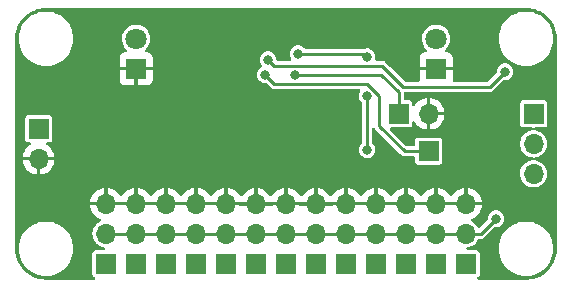
<source format=gbr>
%TF.GenerationSoftware,KiCad,Pcbnew,(6.0.5)*%
%TF.CreationDate,2022-05-22T23:21:51-04:00*%
%TF.ProjectId,controller,636f6e74-726f-46c6-9c65-722e6b696361,rev?*%
%TF.SameCoordinates,Original*%
%TF.FileFunction,Copper,L2,Bot*%
%TF.FilePolarity,Positive*%
%FSLAX46Y46*%
G04 Gerber Fmt 4.6, Leading zero omitted, Abs format (unit mm)*
G04 Created by KiCad (PCBNEW (6.0.5)) date 2022-05-22 23:21:51*
%MOMM*%
%LPD*%
G01*
G04 APERTURE LIST*
%TA.AperFunction,ComponentPad*%
%ADD10R,1.800000X1.800000*%
%TD*%
%TA.AperFunction,ComponentPad*%
%ADD11C,1.800000*%
%TD*%
%TA.AperFunction,ComponentPad*%
%ADD12R,1.700000X1.700000*%
%TD*%
%TA.AperFunction,ComponentPad*%
%ADD13O,1.700000X1.700000*%
%TD*%
%TA.AperFunction,ViaPad*%
%ADD14C,0.800000*%
%TD*%
%TA.AperFunction,Conductor*%
%ADD15C,0.250000*%
%TD*%
G04 APERTURE END LIST*
D10*
%TO.P,D2,1,K*%
%TO.N,GND*%
X101600000Y-81280000D03*
D11*
%TO.P,D2,2,A*%
%TO.N,Net-(D2-Pad2)*%
X101600000Y-78740000D03*
%TD*%
D12*
%TO.P,J6,1,Pin_1*%
%TO.N,/PA6*%
X104140000Y-97790000D03*
D13*
%TO.P,J6,2,Pin_2*%
%TO.N,VDD*%
X104140000Y-95250000D03*
%TO.P,J6,3,Pin_3*%
%TO.N,GND*%
X104140000Y-92710000D03*
%TD*%
D12*
%TO.P,J9,1,Pin_1*%
%TO.N,/PB1*%
X119380000Y-97790000D03*
D13*
%TO.P,J9,2,Pin_2*%
%TO.N,VDD*%
X119380000Y-95250000D03*
%TO.P,J9,3,Pin_3*%
%TO.N,GND*%
X119380000Y-92710000D03*
%TD*%
D12*
%TO.P,J14,1,Pin_1*%
%TO.N,/PC0*%
X129540000Y-97790000D03*
D13*
%TO.P,J14,2,Pin_2*%
%TO.N,VDD*%
X129540000Y-95250000D03*
%TO.P,J14,3,Pin_3*%
%TO.N,GND*%
X129540000Y-92710000D03*
%TD*%
D12*
%TO.P,J1,1,Pin_1*%
%TO.N,Net-(D3-Pad1)*%
X135255000Y-85090000D03*
D13*
%TO.P,J1,2,Pin_2*%
%TO.N,Net-(J1-Pad2)*%
X135255000Y-87630000D03*
%TO.P,J1,3,Pin_3*%
%TO.N,Net-(J1-Pad3)*%
X135255000Y-90170000D03*
%TD*%
D12*
%TO.P,J10,1,Pin_1*%
%TO.N,/PB2*%
X116840000Y-97805000D03*
D13*
%TO.P,J10,2,Pin_2*%
%TO.N,VDD*%
X116840000Y-95265000D03*
%TO.P,J10,3,Pin_3*%
%TO.N,GND*%
X116840000Y-92725000D03*
%TD*%
D12*
%TO.P,J8,1,Pin_1*%
%TO.N,/PB0*%
X121920000Y-97790000D03*
D13*
%TO.P,J8,2,Pin_2*%
%TO.N,VDD*%
X121920000Y-95250000D03*
%TO.P,J8,3,Pin_3*%
%TO.N,GND*%
X121920000Y-92710000D03*
%TD*%
D12*
%TO.P,J3,1,Pin_1*%
%TO.N,/UPDI*%
X123825000Y-85090000D03*
D13*
%TO.P,J3,2,Pin_2*%
%TO.N,GND*%
X126365000Y-85090000D03*
%TD*%
D12*
%TO.P,J2,1,Pin_1*%
%TO.N,/MIDI_IN*%
X126365000Y-88265000D03*
%TD*%
%TO.P,J11,1,Pin_1*%
%TO.N,/PB3*%
X114300000Y-97790000D03*
D13*
%TO.P,J11,2,Pin_2*%
%TO.N,VDD*%
X114300000Y-95250000D03*
%TO.P,J11,3,Pin_3*%
%TO.N,GND*%
X114300000Y-92710000D03*
%TD*%
D12*
%TO.P,BT1,1,+*%
%TO.N,VDD*%
X93345000Y-86360000D03*
D13*
%TO.P,BT1,2,-*%
%TO.N,GND*%
X93345000Y-88900000D03*
%TD*%
D12*
%TO.P,J7,1,Pin_1*%
%TO.N,/PA7*%
X106680000Y-97775000D03*
D13*
%TO.P,J7,2,Pin_2*%
%TO.N,VDD*%
X106680000Y-95235000D03*
%TO.P,J7,3,Pin_3*%
%TO.N,GND*%
X106680000Y-92695000D03*
%TD*%
D12*
%TO.P,J5,1,Pin_1*%
%TO.N,/PA5*%
X101600000Y-97790000D03*
D13*
%TO.P,J5,2,Pin_2*%
%TO.N,VDD*%
X101600000Y-95250000D03*
%TO.P,J5,3,Pin_3*%
%TO.N,GND*%
X101600000Y-92710000D03*
%TD*%
D12*
%TO.P,J4,1,Pin_1*%
%TO.N,/PA4*%
X99060000Y-97790000D03*
D13*
%TO.P,J4,2,Pin_2*%
%TO.N,VDD*%
X99060000Y-95250000D03*
%TO.P,J4,3,Pin_3*%
%TO.N,GND*%
X99060000Y-92710000D03*
%TD*%
D12*
%TO.P,J15,1,Pin_1*%
%TO.N,/PC1*%
X127000000Y-97790000D03*
D13*
%TO.P,J15,2,Pin_2*%
%TO.N,VDD*%
X127000000Y-95250000D03*
%TO.P,J15,3,Pin_3*%
%TO.N,GND*%
X127000000Y-92710000D03*
%TD*%
D12*
%TO.P,J16,1,Pin_1*%
%TO.N,/PC2*%
X124460000Y-97790000D03*
D13*
%TO.P,J16,2,Pin_2*%
%TO.N,VDD*%
X124460000Y-95250000D03*
%TO.P,J16,3,Pin_3*%
%TO.N,GND*%
X124460000Y-92710000D03*
%TD*%
D12*
%TO.P,J12,1,Pin_1*%
%TO.N,/PB4*%
X111760000Y-97805000D03*
D13*
%TO.P,J12,2,Pin_2*%
%TO.N,VDD*%
X111760000Y-95265000D03*
%TO.P,J12,3,Pin_3*%
%TO.N,GND*%
X111760000Y-92725000D03*
%TD*%
D10*
%TO.P,D4,1,K*%
%TO.N,GND*%
X127000000Y-81280000D03*
D11*
%TO.P,D4,2,A*%
%TO.N,Net-(D4-Pad2)*%
X127000000Y-78740000D03*
%TD*%
D12*
%TO.P,J13,1,Pin_1*%
%TO.N,/PB5*%
X109220000Y-97790000D03*
D13*
%TO.P,J13,2,Pin_2*%
%TO.N,VDD*%
X109220000Y-95250000D03*
%TO.P,J13,3,Pin_3*%
%TO.N,GND*%
X109220000Y-92710000D03*
%TD*%
D14*
%TO.N,GND*%
X107188000Y-79502000D03*
X95758000Y-85090000D03*
X105410000Y-82804000D03*
X132588000Y-92202000D03*
X131318000Y-77470000D03*
X104648000Y-86868000D03*
%TO.N,/PB0*%
X121153701Y-83570299D03*
X121158000Y-88138000D03*
%TO.N,VDD*%
X132080000Y-93980000D03*
%TO.N,/MIDI_OUT*%
X132842000Y-81534000D03*
X112776000Y-80518000D03*
%TO.N,/LED*%
X121158000Y-80264000D03*
X115316000Y-80010000D03*
%TO.N,/UPDI*%
X115062000Y-81788000D03*
%TO.N,/MIDI_IN*%
X112522000Y-81788000D03*
%TD*%
D15*
%TO.N,/PB0*%
X121158000Y-88138000D02*
X121158000Y-83574598D01*
X121158000Y-83574598D02*
X121153701Y-83570299D01*
%TO.N,VDD*%
X99060000Y-95250000D02*
X101600000Y-95250000D01*
X124460000Y-95250000D02*
X127000000Y-95250000D01*
X114300000Y-95250000D02*
X116825000Y-95250000D01*
X116840000Y-95265000D02*
X119365000Y-95265000D01*
X104140000Y-95250000D02*
X106665000Y-95250000D01*
X116825000Y-95250000D02*
X116840000Y-95265000D01*
X106680000Y-95235000D02*
X109205000Y-95235000D01*
X121920000Y-95250000D02*
X124460000Y-95250000D01*
X130810000Y-95250000D02*
X132080000Y-93980000D01*
X109220000Y-95250000D02*
X111745000Y-95250000D01*
X127000000Y-95250000D02*
X129540000Y-95250000D01*
X119365000Y-95265000D02*
X119380000Y-95250000D01*
X109205000Y-95235000D02*
X109220000Y-95250000D01*
X111745000Y-95250000D02*
X111760000Y-95265000D01*
X129540000Y-95250000D02*
X130810000Y-95250000D01*
X111760000Y-95265000D02*
X114285000Y-95265000D01*
X106665000Y-95250000D02*
X106680000Y-95235000D01*
X114285000Y-95265000D02*
X114300000Y-95250000D01*
X119380000Y-95250000D02*
X121920000Y-95250000D01*
X101600000Y-95250000D02*
X104140000Y-95250000D01*
%TO.N,/MIDI_OUT*%
X131572000Y-82804000D02*
X132842000Y-81534000D01*
X112776000Y-80518000D02*
X113284000Y-81026000D01*
X113284000Y-81026000D02*
X122428000Y-81026000D01*
X124206000Y-82804000D02*
X131572000Y-82804000D01*
X122428000Y-81026000D02*
X124206000Y-82804000D01*
%TO.N,/LED*%
X121158000Y-80264000D02*
X120904000Y-80010000D01*
X120904000Y-80010000D02*
X115316000Y-80010000D01*
%TO.N,/UPDI*%
X123825000Y-83248500D02*
X123825000Y-85090000D01*
X122364500Y-81788000D02*
X123825000Y-83248500D01*
X115062000Y-81788000D02*
X122364500Y-81788000D01*
%TO.N,/MIDI_IN*%
X112522000Y-81788000D02*
X113284000Y-82550000D01*
X113284000Y-82550000D02*
X121158000Y-82550000D01*
X122174000Y-86106000D02*
X124333000Y-88265000D01*
X122174000Y-83566000D02*
X122174000Y-86106000D01*
X121158000Y-82550000D02*
X122174000Y-83566000D01*
X124333000Y-88265000D02*
X126365000Y-88265000D01*
%TD*%
%TA.AperFunction,Conductor*%
%TO.N,GND*%
G36*
X134604391Y-76121384D02*
G01*
X134620000Y-76124136D01*
X134630685Y-76122252D01*
X134640339Y-76122252D01*
X134654278Y-76121425D01*
X134748935Y-76126741D01*
X134906451Y-76135587D01*
X134920268Y-76137144D01*
X135196247Y-76184034D01*
X135209805Y-76187128D01*
X135478807Y-76264627D01*
X135491932Y-76269220D01*
X135750557Y-76376346D01*
X135763085Y-76382379D01*
X136008101Y-76517794D01*
X136019875Y-76525193D01*
X136248169Y-76687177D01*
X136259041Y-76695846D01*
X136467780Y-76882387D01*
X136477613Y-76892220D01*
X136664154Y-77100959D01*
X136672823Y-77111831D01*
X136834807Y-77340125D01*
X136842206Y-77351899D01*
X136977621Y-77596915D01*
X136983654Y-77609443D01*
X137090780Y-77868068D01*
X137095373Y-77881193D01*
X137172872Y-78150195D01*
X137175966Y-78163753D01*
X137222856Y-78439732D01*
X137224413Y-78453549D01*
X137238575Y-78705720D01*
X137237748Y-78719661D01*
X137237748Y-78729315D01*
X137235864Y-78740000D01*
X137237748Y-78750683D01*
X137238616Y-78755606D01*
X137240500Y-78777139D01*
X137240500Y-96482861D01*
X137238616Y-96504391D01*
X137235864Y-96520000D01*
X137237748Y-96530685D01*
X137237748Y-96540339D01*
X137238575Y-96554278D01*
X137234645Y-96624253D01*
X137224413Y-96806451D01*
X137222856Y-96820268D01*
X137175966Y-97096247D01*
X137172872Y-97109805D01*
X137095373Y-97378807D01*
X137090780Y-97391932D01*
X136983654Y-97650557D01*
X136977621Y-97663085D01*
X136842206Y-97908101D01*
X136834807Y-97919875D01*
X136672823Y-98148169D01*
X136664154Y-98159041D01*
X136477613Y-98367780D01*
X136467780Y-98377613D01*
X136259041Y-98564154D01*
X136248169Y-98572823D01*
X136019875Y-98734807D01*
X136008101Y-98742206D01*
X135763085Y-98877621D01*
X135750557Y-98883654D01*
X135491932Y-98990780D01*
X135478806Y-98995373D01*
X135226678Y-99068011D01*
X135209805Y-99072872D01*
X135196247Y-99075966D01*
X134920268Y-99122856D01*
X134906451Y-99124413D01*
X134748935Y-99133259D01*
X134654278Y-99138575D01*
X134640339Y-99137748D01*
X134630685Y-99137748D01*
X134620000Y-99135864D01*
X134604391Y-99138616D01*
X134582861Y-99140500D01*
X130588191Y-99140500D01*
X130521152Y-99120815D01*
X130475397Y-99068011D01*
X130465453Y-98998853D01*
X130494478Y-98935297D01*
X130537853Y-98903177D01*
X130563153Y-98891939D01*
X130642241Y-98812713D01*
X130648873Y-98797713D01*
X130683737Y-98718853D01*
X130683738Y-98718851D01*
X130687506Y-98710327D01*
X130690500Y-98684646D01*
X130690500Y-96895354D01*
X130687382Y-96869154D01*
X130641939Y-96766847D01*
X130562713Y-96687759D01*
X130552242Y-96683130D01*
X130552241Y-96683129D01*
X130468853Y-96646263D01*
X130468851Y-96646262D01*
X130460327Y-96642494D01*
X130434646Y-96639500D01*
X129694562Y-96639500D01*
X129627523Y-96619815D01*
X129581768Y-96567011D01*
X129575008Y-96520000D01*
X132314564Y-96520000D01*
X132314829Y-96524043D01*
X132325275Y-96683414D01*
X132334287Y-96820920D01*
X132393120Y-97116691D01*
X132394425Y-97120535D01*
X132486552Y-97391932D01*
X132490055Y-97402252D01*
X132623434Y-97672718D01*
X132790975Y-97923461D01*
X132989811Y-98150189D01*
X133216539Y-98349025D01*
X133467282Y-98516566D01*
X133737748Y-98649945D01*
X133741588Y-98651248D01*
X133741594Y-98651251D01*
X133942202Y-98719348D01*
X134023309Y-98746880D01*
X134319080Y-98805713D01*
X134323121Y-98805978D01*
X134323122Y-98805978D01*
X134542672Y-98820368D01*
X134542680Y-98820368D01*
X134544690Y-98820500D01*
X134695310Y-98820500D01*
X134697320Y-98820368D01*
X134697328Y-98820368D01*
X134916878Y-98805978D01*
X134916879Y-98805978D01*
X134920920Y-98805713D01*
X135216691Y-98746880D01*
X135297798Y-98719348D01*
X135498406Y-98651251D01*
X135498412Y-98651248D01*
X135502252Y-98649945D01*
X135772718Y-98516566D01*
X136023461Y-98349025D01*
X136250189Y-98150189D01*
X136449025Y-97923461D01*
X136616566Y-97672718D01*
X136749945Y-97402252D01*
X136753449Y-97391932D01*
X136845575Y-97120535D01*
X136846880Y-97116691D01*
X136905713Y-96820920D01*
X136914726Y-96683414D01*
X136925171Y-96524043D01*
X136925436Y-96520000D01*
X136912363Y-96320537D01*
X136905978Y-96223122D01*
X136905978Y-96223121D01*
X136905713Y-96219080D01*
X136846880Y-95923309D01*
X136812678Y-95822554D01*
X136751251Y-95641594D01*
X136751248Y-95641588D01*
X136749945Y-95637748D01*
X136616566Y-95367282D01*
X136449025Y-95116539D01*
X136250189Y-94889811D01*
X136023461Y-94690975D01*
X136011779Y-94683169D01*
X135831771Y-94562892D01*
X135772718Y-94523434D01*
X135502252Y-94390055D01*
X135498412Y-94388752D01*
X135498406Y-94388749D01*
X135220535Y-94294425D01*
X135216691Y-94293120D01*
X134920920Y-94234287D01*
X134916879Y-94234022D01*
X134916878Y-94234022D01*
X134697328Y-94219632D01*
X134697320Y-94219632D01*
X134695310Y-94219500D01*
X134544690Y-94219500D01*
X134542680Y-94219632D01*
X134542672Y-94219632D01*
X134323122Y-94234022D01*
X134323121Y-94234022D01*
X134319080Y-94234287D01*
X134023309Y-94293120D01*
X134019465Y-94294425D01*
X133741594Y-94388749D01*
X133741588Y-94388752D01*
X133737748Y-94390055D01*
X133467282Y-94523434D01*
X133408229Y-94562892D01*
X133228222Y-94683169D01*
X133216539Y-94690975D01*
X132989811Y-94889811D01*
X132790975Y-95116539D01*
X132623434Y-95367282D01*
X132490055Y-95637748D01*
X132488752Y-95641588D01*
X132488749Y-95641594D01*
X132427322Y-95822554D01*
X132393120Y-95923309D01*
X132334287Y-96219080D01*
X132334022Y-96223121D01*
X132334022Y-96223122D01*
X132327637Y-96320537D01*
X132314564Y-96520000D01*
X129575008Y-96520000D01*
X129571824Y-96497853D01*
X129600849Y-96434297D01*
X129659627Y-96396523D01*
X129676769Y-96392783D01*
X129804102Y-96374320D01*
X129809730Y-96373504D01*
X129926465Y-96333878D01*
X130004565Y-96307367D01*
X130004568Y-96307366D01*
X130009955Y-96305537D01*
X130014916Y-96302759D01*
X130014922Y-96302756D01*
X130162695Y-96219998D01*
X130194442Y-96202219D01*
X130209137Y-96189998D01*
X130352645Y-96070644D01*
X130357012Y-96067012D01*
X130396645Y-96019358D01*
X130488584Y-95908813D01*
X130488585Y-95908811D01*
X130492219Y-95904442D01*
X130584921Y-95738911D01*
X130634852Y-95690038D01*
X130693110Y-95675500D01*
X130877393Y-95675500D01*
X130900364Y-95668036D01*
X130919279Y-95663496D01*
X130933487Y-95661246D01*
X130933489Y-95661245D01*
X130943126Y-95659719D01*
X130964647Y-95648754D01*
X130982616Y-95641311D01*
X130996302Y-95636864D01*
X131005581Y-95633849D01*
X131013469Y-95628118D01*
X131013473Y-95628116D01*
X131025119Y-95619654D01*
X131041703Y-95609491D01*
X131063220Y-95598528D01*
X131945528Y-94716220D01*
X132006851Y-94682735D01*
X132035157Y-94679916D01*
X132146290Y-94681662D01*
X132146293Y-94681662D01*
X132153760Y-94681779D01*
X132308716Y-94646290D01*
X132311738Y-94645598D01*
X132311739Y-94645598D01*
X132319029Y-94643928D01*
X132403913Y-94601236D01*
X132463820Y-94571106D01*
X132463822Y-94571105D01*
X132470498Y-94567747D01*
X132476180Y-94562894D01*
X132476183Y-94562892D01*
X132593741Y-94462487D01*
X132599423Y-94457634D01*
X132698361Y-94319947D01*
X132761601Y-94162634D01*
X132766651Y-94127152D01*
X132784918Y-93998800D01*
X132784918Y-93998794D01*
X132785490Y-93994778D01*
X132785645Y-93980000D01*
X132765276Y-93811680D01*
X132705345Y-93653077D01*
X132668802Y-93599907D01*
X132613549Y-93519513D01*
X132613546Y-93519510D01*
X132609312Y-93513349D01*
X132482721Y-93400560D01*
X132468347Y-93392949D01*
X132384332Y-93348466D01*
X132332881Y-93321224D01*
X132168441Y-93279919D01*
X132082248Y-93279468D01*
X132006368Y-93279070D01*
X132006367Y-93279070D01*
X131998895Y-93279031D01*
X131977235Y-93284231D01*
X131841295Y-93316868D01*
X131841293Y-93316869D01*
X131834032Y-93318612D01*
X131827399Y-93322035D01*
X131827395Y-93322037D01*
X131770615Y-93351344D01*
X131683369Y-93396375D01*
X131677737Y-93401288D01*
X131675524Y-93403219D01*
X131555604Y-93507831D01*
X131458113Y-93646547D01*
X131396524Y-93804513D01*
X131374394Y-93972611D01*
X131375214Y-93980038D01*
X131375214Y-93980040D01*
X131376379Y-93990592D01*
X131378780Y-94012332D01*
X131378921Y-94013612D01*
X131366712Y-94082407D01*
X131343351Y-94114901D01*
X130742245Y-94716007D01*
X130680922Y-94749492D01*
X130611230Y-94744508D01*
X130555297Y-94702636D01*
X130543352Y-94683169D01*
X130527684Y-94651397D01*
X130527681Y-94651393D01*
X130525165Y-94646290D01*
X130398651Y-94476867D01*
X130394481Y-94473012D01*
X130394478Y-94473009D01*
X130303325Y-94388749D01*
X130243381Y-94333337D01*
X130238571Y-94330302D01*
X130069363Y-94223539D01*
X130069361Y-94223538D01*
X130064554Y-94220505D01*
X130024122Y-94204374D01*
X129969151Y-94161251D01*
X129946220Y-94095251D01*
X129962611Y-94027332D01*
X130017667Y-93976821D01*
X130212676Y-93885886D01*
X130222008Y-93880498D01*
X130406643Y-93751215D01*
X130414909Y-93744279D01*
X130574281Y-93584907D01*
X130581216Y-93576643D01*
X130710492Y-93392017D01*
X130715890Y-93382667D01*
X130811143Y-93178397D01*
X130814832Y-93168264D01*
X130873170Y-92950544D01*
X130875040Y-92939933D01*
X130880480Y-92877759D01*
X130877524Y-92863050D01*
X130865959Y-92860000D01*
X118247830Y-92860000D01*
X118213852Y-92869977D01*
X118178916Y-92875000D01*
X115505890Y-92875000D01*
X115475642Y-92866118D01*
X115475152Y-92868372D01*
X115436668Y-92860000D01*
X113167830Y-92860000D01*
X113133852Y-92869977D01*
X113098916Y-92875000D01*
X110425890Y-92875000D01*
X110395642Y-92866118D01*
X110395152Y-92868372D01*
X110356668Y-92860000D01*
X107885890Y-92860000D01*
X107855642Y-92851118D01*
X107855152Y-92853372D01*
X107816668Y-92845000D01*
X105547830Y-92845000D01*
X105513852Y-92854977D01*
X105478916Y-92860000D01*
X97735796Y-92860000D01*
X97721398Y-92864228D01*
X97719367Y-92876016D01*
X97724960Y-92939933D01*
X97726830Y-92950544D01*
X97785168Y-93168264D01*
X97788857Y-93178397D01*
X97884110Y-93382667D01*
X97889508Y-93392017D01*
X98018784Y-93576643D01*
X98025719Y-93584907D01*
X98185091Y-93744279D01*
X98193357Y-93751215D01*
X98377992Y-93880498D01*
X98387324Y-93885886D01*
X98579698Y-93975592D01*
X98632137Y-94021764D01*
X98651289Y-94088958D01*
X98631073Y-94155839D01*
X98577908Y-94201174D01*
X98570212Y-94204309D01*
X98562575Y-94207127D01*
X98557697Y-94210029D01*
X98557695Y-94210030D01*
X98385740Y-94312332D01*
X98385737Y-94312334D01*
X98380856Y-94315238D01*
X98221881Y-94454655D01*
X98218362Y-94459119D01*
X98218359Y-94459122D01*
X98188957Y-94496419D01*
X98090976Y-94620708D01*
X97992523Y-94807836D01*
X97990837Y-94813267D01*
X97990835Y-94813271D01*
X97933203Y-94998879D01*
X97929820Y-95009773D01*
X97904967Y-95219754D01*
X97918796Y-95430749D01*
X97970845Y-95635690D01*
X97973219Y-95640841D01*
X97973221Y-95640845D01*
X98050075Y-95807554D01*
X98059369Y-95827714D01*
X98062647Y-95832352D01*
X98173608Y-95989358D01*
X98181405Y-96000391D01*
X98185476Y-96004357D01*
X98185477Y-96004358D01*
X98234395Y-96052012D01*
X98332865Y-96147937D01*
X98337588Y-96151093D01*
X98337592Y-96151096D01*
X98408663Y-96198584D01*
X98508677Y-96265411D01*
X98702953Y-96348878D01*
X98904829Y-96394558D01*
X98965871Y-96428552D01*
X98998844Y-96490152D01*
X98993279Y-96559800D01*
X98950943Y-96615383D01*
X98885277Y-96639253D01*
X98877462Y-96639500D01*
X98165354Y-96639500D01*
X98161700Y-96639935D01*
X98161698Y-96639935D01*
X98156734Y-96640526D01*
X98139154Y-96642618D01*
X98036847Y-96688061D01*
X97957759Y-96767287D01*
X97953130Y-96777758D01*
X97953129Y-96777759D01*
X97916265Y-96861144D01*
X97912494Y-96869673D01*
X97909500Y-96895354D01*
X97909500Y-98684646D01*
X97912618Y-98710846D01*
X97958061Y-98813153D01*
X98037287Y-98892241D01*
X98061826Y-98903090D01*
X98115180Y-98948200D01*
X98135676Y-99014996D01*
X98116806Y-99082269D01*
X98064561Y-99128661D01*
X98011685Y-99140500D01*
X94017139Y-99140500D01*
X93995609Y-99138616D01*
X93980000Y-99135864D01*
X93969315Y-99137748D01*
X93959661Y-99137748D01*
X93945722Y-99138575D01*
X93851065Y-99133259D01*
X93693549Y-99124413D01*
X93679732Y-99122856D01*
X93403753Y-99075966D01*
X93390195Y-99072872D01*
X93373323Y-99068011D01*
X93121194Y-98995373D01*
X93108068Y-98990780D01*
X92849443Y-98883654D01*
X92836915Y-98877621D01*
X92591899Y-98742206D01*
X92580125Y-98734807D01*
X92351831Y-98572823D01*
X92340959Y-98564154D01*
X92132220Y-98377613D01*
X92122387Y-98367780D01*
X91935846Y-98159041D01*
X91927177Y-98148169D01*
X91765193Y-97919875D01*
X91757794Y-97908101D01*
X91622379Y-97663085D01*
X91616346Y-97650557D01*
X91509220Y-97391932D01*
X91504627Y-97378807D01*
X91427128Y-97109805D01*
X91424034Y-97096247D01*
X91377144Y-96820268D01*
X91375587Y-96806451D01*
X91365355Y-96624253D01*
X91361425Y-96554278D01*
X91362252Y-96540339D01*
X91362252Y-96530685D01*
X91364136Y-96520000D01*
X91674564Y-96520000D01*
X91674829Y-96524043D01*
X91685275Y-96683414D01*
X91694287Y-96820920D01*
X91753120Y-97116691D01*
X91754425Y-97120535D01*
X91846552Y-97391932D01*
X91850055Y-97402252D01*
X91983434Y-97672718D01*
X92150975Y-97923461D01*
X92349811Y-98150189D01*
X92576539Y-98349025D01*
X92827282Y-98516566D01*
X93097748Y-98649945D01*
X93101588Y-98651248D01*
X93101594Y-98651251D01*
X93302202Y-98719348D01*
X93383309Y-98746880D01*
X93679080Y-98805713D01*
X93683121Y-98805978D01*
X93683122Y-98805978D01*
X93902672Y-98820368D01*
X93902680Y-98820368D01*
X93904690Y-98820500D01*
X94055310Y-98820500D01*
X94057320Y-98820368D01*
X94057328Y-98820368D01*
X94276878Y-98805978D01*
X94276879Y-98805978D01*
X94280920Y-98805713D01*
X94576691Y-98746880D01*
X94657798Y-98719348D01*
X94858406Y-98651251D01*
X94858412Y-98651248D01*
X94862252Y-98649945D01*
X95132718Y-98516566D01*
X95383461Y-98349025D01*
X95610189Y-98150189D01*
X95809025Y-97923461D01*
X95976566Y-97672718D01*
X96109945Y-97402252D01*
X96113449Y-97391932D01*
X96205575Y-97120535D01*
X96206880Y-97116691D01*
X96265713Y-96820920D01*
X96274726Y-96683414D01*
X96285171Y-96524043D01*
X96285436Y-96520000D01*
X96272363Y-96320537D01*
X96265978Y-96223122D01*
X96265978Y-96223121D01*
X96265713Y-96219080D01*
X96206880Y-95923309D01*
X96172678Y-95822554D01*
X96111251Y-95641594D01*
X96111248Y-95641588D01*
X96109945Y-95637748D01*
X95976566Y-95367282D01*
X95809025Y-95116539D01*
X95610189Y-94889811D01*
X95383461Y-94690975D01*
X95371779Y-94683169D01*
X95191771Y-94562892D01*
X95132718Y-94523434D01*
X94862252Y-94390055D01*
X94858412Y-94388752D01*
X94858406Y-94388749D01*
X94580535Y-94294425D01*
X94576691Y-94293120D01*
X94280920Y-94234287D01*
X94276879Y-94234022D01*
X94276878Y-94234022D01*
X94057328Y-94219632D01*
X94057320Y-94219632D01*
X94055310Y-94219500D01*
X93904690Y-94219500D01*
X93902680Y-94219632D01*
X93902672Y-94219632D01*
X93683122Y-94234022D01*
X93683121Y-94234022D01*
X93679080Y-94234287D01*
X93383309Y-94293120D01*
X93379465Y-94294425D01*
X93101594Y-94388749D01*
X93101588Y-94388752D01*
X93097748Y-94390055D01*
X92827282Y-94523434D01*
X92768229Y-94562892D01*
X92588222Y-94683169D01*
X92576539Y-94690975D01*
X92349811Y-94889811D01*
X92150975Y-95116539D01*
X91983434Y-95367282D01*
X91850055Y-95637748D01*
X91848752Y-95641588D01*
X91848749Y-95641594D01*
X91787322Y-95822554D01*
X91753120Y-95923309D01*
X91694287Y-96219080D01*
X91694022Y-96223121D01*
X91694022Y-96223122D01*
X91687637Y-96320537D01*
X91674564Y-96520000D01*
X91364136Y-96520000D01*
X91361384Y-96504391D01*
X91359500Y-96482861D01*
X91359500Y-92542241D01*
X97719520Y-92542241D01*
X97722476Y-92556950D01*
X97734041Y-92560000D01*
X98892170Y-92560000D01*
X98907169Y-92555596D01*
X98908356Y-92554226D01*
X98910000Y-92546668D01*
X98910000Y-92542170D01*
X99210000Y-92542170D01*
X99214404Y-92557169D01*
X99215774Y-92558356D01*
X99223332Y-92560000D01*
X101432170Y-92560000D01*
X101447169Y-92555596D01*
X101448356Y-92554226D01*
X101450000Y-92546668D01*
X101450000Y-92542170D01*
X101750000Y-92542170D01*
X101754404Y-92557169D01*
X101755774Y-92558356D01*
X101763332Y-92560000D01*
X103972170Y-92560000D01*
X103987169Y-92555596D01*
X103988356Y-92554226D01*
X103990000Y-92546668D01*
X103990000Y-92542170D01*
X104290000Y-92542170D01*
X104294404Y-92557169D01*
X104295774Y-92558356D01*
X104303332Y-92560000D01*
X105272170Y-92560000D01*
X105306148Y-92550023D01*
X105341084Y-92545000D01*
X106512170Y-92545000D01*
X106527169Y-92540596D01*
X106528356Y-92539226D01*
X106530000Y-92531668D01*
X106530000Y-92527170D01*
X106830000Y-92527170D01*
X106834404Y-92542169D01*
X106835774Y-92543356D01*
X106843332Y-92545000D01*
X108014110Y-92545000D01*
X108044358Y-92553882D01*
X108044848Y-92551628D01*
X108083332Y-92560000D01*
X109052170Y-92560000D01*
X109067169Y-92555596D01*
X109068356Y-92554226D01*
X109070000Y-92546668D01*
X109070000Y-92542170D01*
X109370000Y-92542170D01*
X109374404Y-92557169D01*
X109375774Y-92558356D01*
X109383332Y-92560000D01*
X110554110Y-92560000D01*
X110584358Y-92568882D01*
X110584848Y-92566628D01*
X110623332Y-92575000D01*
X111592170Y-92575000D01*
X111607169Y-92570596D01*
X111608356Y-92569226D01*
X111610000Y-92561668D01*
X111610000Y-92557170D01*
X111910000Y-92557170D01*
X111914404Y-92572169D01*
X111915774Y-92573356D01*
X111923332Y-92575000D01*
X112892170Y-92575000D01*
X112926148Y-92565023D01*
X112961084Y-92560000D01*
X114132170Y-92560000D01*
X114147169Y-92555596D01*
X114148356Y-92554226D01*
X114150000Y-92546668D01*
X114150000Y-92542170D01*
X114450000Y-92542170D01*
X114454404Y-92557169D01*
X114455774Y-92558356D01*
X114463332Y-92560000D01*
X115634110Y-92560000D01*
X115664358Y-92568882D01*
X115664848Y-92566628D01*
X115703332Y-92575000D01*
X116672170Y-92575000D01*
X116687169Y-92570596D01*
X116688356Y-92569226D01*
X116690000Y-92561668D01*
X116690000Y-92557170D01*
X116990000Y-92557170D01*
X116994404Y-92572169D01*
X116995774Y-92573356D01*
X117003332Y-92575000D01*
X117972170Y-92575000D01*
X118006148Y-92565023D01*
X118041084Y-92560000D01*
X119212170Y-92560000D01*
X119227169Y-92555596D01*
X119228356Y-92554226D01*
X119230000Y-92546668D01*
X119230000Y-92542170D01*
X119530000Y-92542170D01*
X119534404Y-92557169D01*
X119535774Y-92558356D01*
X119543332Y-92560000D01*
X121752170Y-92560000D01*
X121767169Y-92555596D01*
X121768356Y-92554226D01*
X121770000Y-92546668D01*
X121770000Y-92542170D01*
X122070000Y-92542170D01*
X122074404Y-92557169D01*
X122075774Y-92558356D01*
X122083332Y-92560000D01*
X124292170Y-92560000D01*
X124307169Y-92555596D01*
X124308356Y-92554226D01*
X124310000Y-92546668D01*
X124310000Y-92542170D01*
X124610000Y-92542170D01*
X124614404Y-92557169D01*
X124615774Y-92558356D01*
X124623332Y-92560000D01*
X126832170Y-92560000D01*
X126847169Y-92555596D01*
X126848356Y-92554226D01*
X126850000Y-92546668D01*
X126850000Y-92542170D01*
X127150000Y-92542170D01*
X127154404Y-92557169D01*
X127155774Y-92558356D01*
X127163332Y-92560000D01*
X129372170Y-92560000D01*
X129387169Y-92555596D01*
X129388356Y-92554226D01*
X129390000Y-92546668D01*
X129390000Y-92542170D01*
X129690000Y-92542170D01*
X129694404Y-92557169D01*
X129695774Y-92558356D01*
X129703332Y-92560000D01*
X130864204Y-92560000D01*
X130878602Y-92555772D01*
X130880633Y-92543984D01*
X130875040Y-92480067D01*
X130873170Y-92469456D01*
X130814832Y-92251736D01*
X130811143Y-92241603D01*
X130715890Y-92037333D01*
X130710492Y-92027983D01*
X130581216Y-91843357D01*
X130574281Y-91835093D01*
X130414909Y-91675721D01*
X130406643Y-91668785D01*
X130222008Y-91539502D01*
X130212676Y-91534114D01*
X130008397Y-91438857D01*
X129998264Y-91435168D01*
X129780544Y-91376830D01*
X129769933Y-91374960D01*
X129707759Y-91369520D01*
X129693050Y-91372476D01*
X129690000Y-91384041D01*
X129690000Y-92542170D01*
X129390000Y-92542170D01*
X129390000Y-91385796D01*
X129385772Y-91371398D01*
X129373984Y-91369367D01*
X129310067Y-91374960D01*
X129299456Y-91376830D01*
X129081736Y-91435168D01*
X129071603Y-91438857D01*
X128867333Y-91534110D01*
X128857983Y-91539508D01*
X128673357Y-91668784D01*
X128665093Y-91675719D01*
X128505719Y-91835093D01*
X128498789Y-91843352D01*
X128371575Y-92025032D01*
X128316998Y-92068656D01*
X128247499Y-92075849D01*
X128185145Y-92044327D01*
X128168425Y-92025032D01*
X128041211Y-91843352D01*
X128034281Y-91835093D01*
X127874909Y-91675721D01*
X127866643Y-91668785D01*
X127682008Y-91539502D01*
X127672676Y-91534114D01*
X127468397Y-91438857D01*
X127458264Y-91435168D01*
X127240544Y-91376830D01*
X127229933Y-91374960D01*
X127167759Y-91369520D01*
X127153050Y-91372476D01*
X127150000Y-91384041D01*
X127150000Y-92542170D01*
X126850000Y-92542170D01*
X126850000Y-91385796D01*
X126845772Y-91371398D01*
X126833984Y-91369367D01*
X126770067Y-91374960D01*
X126759456Y-91376830D01*
X126541736Y-91435168D01*
X126531603Y-91438857D01*
X126327333Y-91534110D01*
X126317983Y-91539508D01*
X126133357Y-91668784D01*
X126125093Y-91675719D01*
X125965719Y-91835093D01*
X125958789Y-91843352D01*
X125831575Y-92025032D01*
X125776998Y-92068656D01*
X125707499Y-92075849D01*
X125645145Y-92044327D01*
X125628425Y-92025032D01*
X125501211Y-91843352D01*
X125494281Y-91835093D01*
X125334909Y-91675721D01*
X125326643Y-91668785D01*
X125142008Y-91539502D01*
X125132676Y-91534114D01*
X124928397Y-91438857D01*
X124918264Y-91435168D01*
X124700544Y-91376830D01*
X124689933Y-91374960D01*
X124627759Y-91369520D01*
X124613050Y-91372476D01*
X124610000Y-91384041D01*
X124610000Y-92542170D01*
X124310000Y-92542170D01*
X124310000Y-91385796D01*
X124305772Y-91371398D01*
X124293984Y-91369367D01*
X124230067Y-91374960D01*
X124219456Y-91376830D01*
X124001736Y-91435168D01*
X123991603Y-91438857D01*
X123787333Y-91534110D01*
X123777983Y-91539508D01*
X123593357Y-91668784D01*
X123585093Y-91675719D01*
X123425719Y-91835093D01*
X123418789Y-91843352D01*
X123291575Y-92025032D01*
X123236998Y-92068656D01*
X123167499Y-92075849D01*
X123105145Y-92044327D01*
X123088425Y-92025032D01*
X122961211Y-91843352D01*
X122954281Y-91835093D01*
X122794909Y-91675721D01*
X122786643Y-91668785D01*
X122602008Y-91539502D01*
X122592676Y-91534114D01*
X122388397Y-91438857D01*
X122378264Y-91435168D01*
X122160544Y-91376830D01*
X122149933Y-91374960D01*
X122087759Y-91369520D01*
X122073050Y-91372476D01*
X122070000Y-91384041D01*
X122070000Y-92542170D01*
X121770000Y-92542170D01*
X121770000Y-91385796D01*
X121765772Y-91371398D01*
X121753984Y-91369367D01*
X121690067Y-91374960D01*
X121679456Y-91376830D01*
X121461736Y-91435168D01*
X121451603Y-91438857D01*
X121247333Y-91534110D01*
X121237983Y-91539508D01*
X121053357Y-91668784D01*
X121045093Y-91675719D01*
X120885719Y-91835093D01*
X120878789Y-91843352D01*
X120751575Y-92025032D01*
X120696998Y-92068656D01*
X120627499Y-92075849D01*
X120565145Y-92044327D01*
X120548425Y-92025032D01*
X120421211Y-91843352D01*
X120414281Y-91835093D01*
X120254909Y-91675721D01*
X120246643Y-91668785D01*
X120062008Y-91539502D01*
X120052676Y-91534114D01*
X119848397Y-91438857D01*
X119838264Y-91435168D01*
X119620544Y-91376830D01*
X119609933Y-91374960D01*
X119547759Y-91369520D01*
X119533050Y-91372476D01*
X119530000Y-91384041D01*
X119530000Y-92542170D01*
X119230000Y-92542170D01*
X119230000Y-91385796D01*
X119225772Y-91371398D01*
X119213984Y-91369367D01*
X119150067Y-91374960D01*
X119139456Y-91376830D01*
X118921736Y-91435168D01*
X118911603Y-91438857D01*
X118707333Y-91534110D01*
X118697983Y-91539508D01*
X118513357Y-91668784D01*
X118505093Y-91675719D01*
X118345719Y-91835093D01*
X118338784Y-91843357D01*
X118206400Y-92032422D01*
X118204232Y-92030904D01*
X118161770Y-92071534D01*
X118093187Y-92084878D01*
X118028276Y-92059025D01*
X118003181Y-92032542D01*
X117881216Y-91858357D01*
X117874281Y-91850093D01*
X117714909Y-91690721D01*
X117706643Y-91683785D01*
X117522008Y-91554502D01*
X117512676Y-91549114D01*
X117308397Y-91453857D01*
X117298264Y-91450168D01*
X117080544Y-91391830D01*
X117069933Y-91389960D01*
X117007759Y-91384520D01*
X116993050Y-91387476D01*
X116990000Y-91399041D01*
X116990000Y-92557170D01*
X116690000Y-92557170D01*
X116690000Y-91400796D01*
X116685772Y-91386398D01*
X116673984Y-91384367D01*
X116610067Y-91389960D01*
X116599456Y-91391830D01*
X116381736Y-91450168D01*
X116371603Y-91453857D01*
X116167333Y-91549110D01*
X116157983Y-91554508D01*
X115973357Y-91683784D01*
X115965093Y-91690719D01*
X115805719Y-91850093D01*
X115798784Y-91858357D01*
X115676819Y-92032542D01*
X115622242Y-92076167D01*
X115552744Y-92083361D01*
X115490389Y-92051838D01*
X115474516Y-92031781D01*
X115473600Y-92032422D01*
X115341216Y-91843357D01*
X115334281Y-91835093D01*
X115174909Y-91675721D01*
X115166643Y-91668785D01*
X114982008Y-91539502D01*
X114972676Y-91534114D01*
X114768397Y-91438857D01*
X114758264Y-91435168D01*
X114540544Y-91376830D01*
X114529933Y-91374960D01*
X114467759Y-91369520D01*
X114453050Y-91372476D01*
X114450000Y-91384041D01*
X114450000Y-92542170D01*
X114150000Y-92542170D01*
X114150000Y-91385796D01*
X114145772Y-91371398D01*
X114133984Y-91369367D01*
X114070067Y-91374960D01*
X114059456Y-91376830D01*
X113841736Y-91435168D01*
X113831603Y-91438857D01*
X113627333Y-91534110D01*
X113617983Y-91539508D01*
X113433357Y-91668784D01*
X113425093Y-91675719D01*
X113265719Y-91835093D01*
X113258784Y-91843357D01*
X113126400Y-92032422D01*
X113124232Y-92030904D01*
X113081770Y-92071534D01*
X113013187Y-92084878D01*
X112948276Y-92059025D01*
X112923181Y-92032542D01*
X112801216Y-91858357D01*
X112794281Y-91850093D01*
X112634909Y-91690721D01*
X112626643Y-91683785D01*
X112442008Y-91554502D01*
X112432676Y-91549114D01*
X112228397Y-91453857D01*
X112218264Y-91450168D01*
X112000544Y-91391830D01*
X111989933Y-91389960D01*
X111927759Y-91384520D01*
X111913050Y-91387476D01*
X111910000Y-91399041D01*
X111910000Y-92557170D01*
X111610000Y-92557170D01*
X111610000Y-91400796D01*
X111605772Y-91386398D01*
X111593984Y-91384367D01*
X111530067Y-91389960D01*
X111519456Y-91391830D01*
X111301736Y-91450168D01*
X111291603Y-91453857D01*
X111087333Y-91549110D01*
X111077983Y-91554508D01*
X110893357Y-91683784D01*
X110885093Y-91690719D01*
X110725719Y-91850093D01*
X110718784Y-91858357D01*
X110596819Y-92032542D01*
X110542242Y-92076167D01*
X110472744Y-92083361D01*
X110410389Y-92051838D01*
X110394516Y-92031781D01*
X110393600Y-92032422D01*
X110261216Y-91843357D01*
X110254281Y-91835093D01*
X110094909Y-91675721D01*
X110086643Y-91668785D01*
X109902008Y-91539502D01*
X109892676Y-91534114D01*
X109688397Y-91438857D01*
X109678264Y-91435168D01*
X109460544Y-91376830D01*
X109449933Y-91374960D01*
X109387759Y-91369520D01*
X109373050Y-91372476D01*
X109370000Y-91384041D01*
X109370000Y-92542170D01*
X109070000Y-92542170D01*
X109070000Y-91385796D01*
X109065772Y-91371398D01*
X109053984Y-91369367D01*
X108990067Y-91374960D01*
X108979456Y-91376830D01*
X108761736Y-91435168D01*
X108751603Y-91438857D01*
X108547333Y-91534110D01*
X108537983Y-91539508D01*
X108353357Y-91668784D01*
X108345093Y-91675719D01*
X108185719Y-91835093D01*
X108178784Y-91843357D01*
X108056819Y-92017542D01*
X108002242Y-92061167D01*
X107932744Y-92068361D01*
X107870389Y-92036838D01*
X107854516Y-92016781D01*
X107853600Y-92017422D01*
X107721216Y-91828357D01*
X107714281Y-91820093D01*
X107554909Y-91660721D01*
X107546643Y-91653785D01*
X107362008Y-91524502D01*
X107352676Y-91519114D01*
X107148397Y-91423857D01*
X107138264Y-91420168D01*
X106920544Y-91361830D01*
X106909933Y-91359960D01*
X106847759Y-91354520D01*
X106833050Y-91357476D01*
X106830000Y-91369041D01*
X106830000Y-92527170D01*
X106530000Y-92527170D01*
X106530000Y-91370796D01*
X106525772Y-91356398D01*
X106513984Y-91354367D01*
X106450067Y-91359960D01*
X106439456Y-91361830D01*
X106221736Y-91420168D01*
X106211603Y-91423857D01*
X106007333Y-91519110D01*
X105997983Y-91524508D01*
X105813357Y-91653784D01*
X105805093Y-91660719D01*
X105645719Y-91820093D01*
X105638784Y-91828357D01*
X105506400Y-92017422D01*
X105504232Y-92015904D01*
X105461770Y-92056534D01*
X105393187Y-92069878D01*
X105328276Y-92044025D01*
X105303181Y-92017542D01*
X105181216Y-91843357D01*
X105174281Y-91835093D01*
X105014909Y-91675721D01*
X105006643Y-91668785D01*
X104822008Y-91539502D01*
X104812676Y-91534114D01*
X104608397Y-91438857D01*
X104598264Y-91435168D01*
X104380544Y-91376830D01*
X104369933Y-91374960D01*
X104307759Y-91369520D01*
X104293050Y-91372476D01*
X104290000Y-91384041D01*
X104290000Y-92542170D01*
X103990000Y-92542170D01*
X103990000Y-91385796D01*
X103985772Y-91371398D01*
X103973984Y-91369367D01*
X103910067Y-91374960D01*
X103899456Y-91376830D01*
X103681736Y-91435168D01*
X103671603Y-91438857D01*
X103467333Y-91534110D01*
X103457983Y-91539508D01*
X103273357Y-91668784D01*
X103265093Y-91675719D01*
X103105719Y-91835093D01*
X103098789Y-91843352D01*
X102971575Y-92025032D01*
X102916998Y-92068656D01*
X102847499Y-92075849D01*
X102785145Y-92044327D01*
X102768425Y-92025032D01*
X102641211Y-91843352D01*
X102634281Y-91835093D01*
X102474909Y-91675721D01*
X102466643Y-91668785D01*
X102282008Y-91539502D01*
X102272676Y-91534114D01*
X102068397Y-91438857D01*
X102058264Y-91435168D01*
X101840544Y-91376830D01*
X101829933Y-91374960D01*
X101767759Y-91369520D01*
X101753050Y-91372476D01*
X101750000Y-91384041D01*
X101750000Y-92542170D01*
X101450000Y-92542170D01*
X101450000Y-91385796D01*
X101445772Y-91371398D01*
X101433984Y-91369367D01*
X101370067Y-91374960D01*
X101359456Y-91376830D01*
X101141736Y-91435168D01*
X101131603Y-91438857D01*
X100927333Y-91534110D01*
X100917983Y-91539508D01*
X100733357Y-91668784D01*
X100725093Y-91675719D01*
X100565719Y-91835093D01*
X100558789Y-91843352D01*
X100431575Y-92025032D01*
X100376998Y-92068656D01*
X100307499Y-92075849D01*
X100245145Y-92044327D01*
X100228425Y-92025032D01*
X100101211Y-91843352D01*
X100094281Y-91835093D01*
X99934909Y-91675721D01*
X99926643Y-91668785D01*
X99742008Y-91539502D01*
X99732676Y-91534114D01*
X99528397Y-91438857D01*
X99518264Y-91435168D01*
X99300544Y-91376830D01*
X99289933Y-91374960D01*
X99227759Y-91369520D01*
X99213050Y-91372476D01*
X99210000Y-91384041D01*
X99210000Y-92542170D01*
X98910000Y-92542170D01*
X98910000Y-91385796D01*
X98905772Y-91371398D01*
X98893984Y-91369367D01*
X98830067Y-91374960D01*
X98819456Y-91376830D01*
X98601736Y-91435168D01*
X98591603Y-91438857D01*
X98387333Y-91534110D01*
X98377983Y-91539508D01*
X98193357Y-91668784D01*
X98185093Y-91675719D01*
X98025719Y-91835093D01*
X98018784Y-91843357D01*
X97889508Y-92027983D01*
X97884110Y-92037333D01*
X97788857Y-92241603D01*
X97785168Y-92251736D01*
X97726830Y-92469456D01*
X97724960Y-92480067D01*
X97719520Y-92542241D01*
X91359500Y-92542241D01*
X91359500Y-89066016D01*
X92004367Y-89066016D01*
X92009960Y-89129933D01*
X92011830Y-89140544D01*
X92070168Y-89358264D01*
X92073857Y-89368397D01*
X92169110Y-89572667D01*
X92174508Y-89582017D01*
X92303784Y-89766643D01*
X92310719Y-89774907D01*
X92470091Y-89934279D01*
X92478357Y-89941215D01*
X92662992Y-90070498D01*
X92672324Y-90075886D01*
X92876603Y-90171143D01*
X92886736Y-90174832D01*
X93104456Y-90233170D01*
X93115067Y-90235040D01*
X93177241Y-90240480D01*
X93191950Y-90237524D01*
X93195000Y-90225959D01*
X93195000Y-90224204D01*
X93495000Y-90224204D01*
X93499228Y-90238602D01*
X93511016Y-90240633D01*
X93574933Y-90235040D01*
X93585544Y-90233170D01*
X93803264Y-90174832D01*
X93813397Y-90171143D01*
X93880711Y-90139754D01*
X134099967Y-90139754D01*
X134100338Y-90145416D01*
X134100338Y-90145420D01*
X134101949Y-90170000D01*
X134113796Y-90350749D01*
X134165845Y-90555690D01*
X134168219Y-90560841D01*
X134168221Y-90560845D01*
X134206981Y-90644922D01*
X134254369Y-90747714D01*
X134376405Y-90920391D01*
X134527865Y-91067937D01*
X134532588Y-91071093D01*
X134532592Y-91071096D01*
X134603663Y-91118584D01*
X134703677Y-91185411D01*
X134897953Y-91268878D01*
X134961283Y-91283208D01*
X135098638Y-91314289D01*
X135098642Y-91314290D01*
X135104186Y-91315544D01*
X135230651Y-91320513D01*
X135309789Y-91323623D01*
X135309791Y-91323623D01*
X135315470Y-91323846D01*
X135321090Y-91323031D01*
X135321092Y-91323031D01*
X135519103Y-91294320D01*
X135519104Y-91294320D01*
X135524730Y-91293504D01*
X135603890Y-91266633D01*
X135719565Y-91227367D01*
X135719568Y-91227366D01*
X135724955Y-91225537D01*
X135729916Y-91222759D01*
X135729922Y-91222756D01*
X135836530Y-91163052D01*
X135909442Y-91122219D01*
X136072012Y-90987012D01*
X136075644Y-90982645D01*
X136203584Y-90828813D01*
X136203585Y-90828811D01*
X136207219Y-90824442D01*
X136253078Y-90742556D01*
X136307756Y-90644922D01*
X136307759Y-90644916D01*
X136310537Y-90639955D01*
X136341009Y-90550189D01*
X136376675Y-90445118D01*
X136378504Y-90439730D01*
X136408846Y-90230470D01*
X136410429Y-90170000D01*
X136391081Y-89959440D01*
X136333686Y-89755931D01*
X136240165Y-89566290D01*
X136113651Y-89396867D01*
X136109481Y-89393012D01*
X136109478Y-89393009D01*
X136004333Y-89295815D01*
X135958381Y-89253337D01*
X135925090Y-89232332D01*
X135784363Y-89143539D01*
X135784361Y-89143538D01*
X135779554Y-89140505D01*
X135583160Y-89062152D01*
X135577579Y-89061042D01*
X135577576Y-89061041D01*
X135381355Y-89022011D01*
X135381356Y-89022011D01*
X135375775Y-89020901D01*
X135375744Y-89020901D01*
X135312828Y-88995019D01*
X135272841Y-88937723D01*
X135270178Y-88867904D01*
X135305684Y-88807729D01*
X135372606Y-88775562D01*
X135519103Y-88754320D01*
X135519104Y-88754320D01*
X135524730Y-88753504D01*
X135593579Y-88730133D01*
X135719565Y-88687367D01*
X135719568Y-88687366D01*
X135724955Y-88685537D01*
X135729916Y-88682759D01*
X135729922Y-88682756D01*
X135860614Y-88609564D01*
X135909442Y-88582219D01*
X135986396Y-88518218D01*
X136067645Y-88450644D01*
X136072012Y-88447012D01*
X136084827Y-88431603D01*
X136203584Y-88288813D01*
X136203585Y-88288811D01*
X136207219Y-88284442D01*
X136253078Y-88202556D01*
X136307756Y-88104922D01*
X136307759Y-88104916D01*
X136310537Y-88099955D01*
X136341009Y-88010189D01*
X136376675Y-87905118D01*
X136378504Y-87899730D01*
X136383436Y-87865719D01*
X136405187Y-87715703D01*
X136408846Y-87690470D01*
X136410429Y-87630000D01*
X136391081Y-87419440D01*
X136333686Y-87215931D01*
X136240165Y-87026290D01*
X136113651Y-86856867D01*
X136109481Y-86853012D01*
X136109478Y-86853009D01*
X136045319Y-86793702D01*
X135958381Y-86713337D01*
X135779554Y-86600505D01*
X135583160Y-86522152D01*
X135577579Y-86521042D01*
X135577576Y-86521041D01*
X135401998Y-86486117D01*
X135340087Y-86453732D01*
X135305513Y-86393017D01*
X135309252Y-86323247D01*
X135350118Y-86266575D01*
X135415136Y-86240994D01*
X135426189Y-86240500D01*
X136149646Y-86240500D01*
X136153300Y-86240065D01*
X136153302Y-86240065D01*
X136161191Y-86239126D01*
X136175846Y-86237382D01*
X136278153Y-86191939D01*
X136357241Y-86112713D01*
X136402506Y-86010327D01*
X136405500Y-85984646D01*
X136405500Y-84195354D01*
X136402382Y-84169154D01*
X136356939Y-84066847D01*
X136277713Y-83987759D01*
X136267242Y-83983130D01*
X136267241Y-83983129D01*
X136183853Y-83946263D01*
X136183851Y-83946262D01*
X136175327Y-83942494D01*
X136149646Y-83939500D01*
X134360354Y-83939500D01*
X134356700Y-83939935D01*
X134356698Y-83939935D01*
X134351734Y-83940526D01*
X134334154Y-83942618D01*
X134231847Y-83988061D01*
X134152759Y-84067287D01*
X134107494Y-84169673D01*
X134104500Y-84195354D01*
X134104500Y-85984646D01*
X134107618Y-86010846D01*
X134153061Y-86113153D01*
X134232287Y-86192241D01*
X134242758Y-86196870D01*
X134242759Y-86196871D01*
X134326147Y-86233737D01*
X134326149Y-86233738D01*
X134334673Y-86237506D01*
X134360354Y-86240500D01*
X135093437Y-86240500D01*
X135160476Y-86260185D01*
X135206231Y-86312989D01*
X135216175Y-86382147D01*
X135187150Y-86445703D01*
X135128372Y-86483477D01*
X135114436Y-86486709D01*
X134961550Y-86512979D01*
X134961547Y-86512980D01*
X134955953Y-86513941D01*
X134757575Y-86587127D01*
X134752697Y-86590029D01*
X134752695Y-86590030D01*
X134580740Y-86692332D01*
X134580737Y-86692334D01*
X134575856Y-86695238D01*
X134416881Y-86834655D01*
X134413362Y-86839119D01*
X134413359Y-86839122D01*
X134395782Y-86861419D01*
X134285976Y-87000708D01*
X134187523Y-87187836D01*
X134185837Y-87193267D01*
X134185835Y-87193271D01*
X134156156Y-87288853D01*
X134124820Y-87389773D01*
X134124152Y-87395418D01*
X134124151Y-87395422D01*
X134110582Y-87510065D01*
X134099967Y-87599754D01*
X134100338Y-87605416D01*
X134100338Y-87605420D01*
X134104298Y-87665831D01*
X134113796Y-87810749D01*
X134165845Y-88015690D01*
X134168219Y-88020841D01*
X134168221Y-88020845D01*
X134222249Y-88138041D01*
X134254369Y-88207714D01*
X134268234Y-88227333D01*
X134339071Y-88327564D01*
X134376405Y-88380391D01*
X134380476Y-88384357D01*
X134380477Y-88384358D01*
X134439377Y-88441736D01*
X134527865Y-88527937D01*
X134532588Y-88531093D01*
X134532592Y-88531096D01*
X134603663Y-88578584D01*
X134703677Y-88645411D01*
X134897953Y-88728878D01*
X134961283Y-88743208D01*
X135098638Y-88774289D01*
X135098642Y-88774290D01*
X135104186Y-88775544D01*
X135123328Y-88776296D01*
X135189543Y-88798596D01*
X135233190Y-88853156D01*
X135240412Y-88922651D01*
X135208914Y-88985018D01*
X135148699Y-89020457D01*
X135139460Y-89022409D01*
X134961550Y-89052979D01*
X134961547Y-89052980D01*
X134955953Y-89053941D01*
X134757575Y-89127127D01*
X134752697Y-89130029D01*
X134752695Y-89130030D01*
X134580740Y-89232332D01*
X134580737Y-89232334D01*
X134575856Y-89235238D01*
X134416881Y-89374655D01*
X134413362Y-89379119D01*
X134413359Y-89379122D01*
X134354731Y-89453492D01*
X134285976Y-89540708D01*
X134187523Y-89727836D01*
X134124820Y-89929773D01*
X134124152Y-89935418D01*
X134124151Y-89935422D01*
X134108164Y-90070498D01*
X134099967Y-90139754D01*
X93880711Y-90139754D01*
X94017676Y-90075886D01*
X94027008Y-90070498D01*
X94211643Y-89941215D01*
X94219909Y-89934279D01*
X94379281Y-89774907D01*
X94386216Y-89766643D01*
X94515492Y-89582017D01*
X94520890Y-89572667D01*
X94616143Y-89368397D01*
X94619832Y-89358264D01*
X94678170Y-89140544D01*
X94680040Y-89129933D01*
X94685480Y-89067759D01*
X94682524Y-89053050D01*
X94670959Y-89050000D01*
X93512830Y-89050000D01*
X93497831Y-89054404D01*
X93496644Y-89055774D01*
X93495000Y-89063332D01*
X93495000Y-90224204D01*
X93195000Y-90224204D01*
X93195000Y-89067830D01*
X93190596Y-89052831D01*
X93189226Y-89051644D01*
X93181668Y-89050000D01*
X92020796Y-89050000D01*
X92006398Y-89054228D01*
X92004367Y-89066016D01*
X91359500Y-89066016D01*
X91359500Y-88732241D01*
X92004520Y-88732241D01*
X92007476Y-88746950D01*
X92019041Y-88750000D01*
X94669204Y-88750000D01*
X94683602Y-88745772D01*
X94685633Y-88733984D01*
X94680040Y-88670067D01*
X94678170Y-88659456D01*
X94619832Y-88441736D01*
X94616143Y-88431603D01*
X94520890Y-88227333D01*
X94515492Y-88217983D01*
X94386216Y-88033357D01*
X94379281Y-88025093D01*
X94219909Y-87865721D01*
X94211643Y-87858785D01*
X94036396Y-87736075D01*
X93992772Y-87681498D01*
X93985579Y-87611999D01*
X94017101Y-87549645D01*
X94077331Y-87514231D01*
X94107520Y-87510500D01*
X94239646Y-87510500D01*
X94243300Y-87510065D01*
X94243302Y-87510065D01*
X94248266Y-87509474D01*
X94265846Y-87507382D01*
X94368153Y-87461939D01*
X94447241Y-87382713D01*
X94452705Y-87370354D01*
X94488737Y-87288853D01*
X94488738Y-87288851D01*
X94492506Y-87280327D01*
X94495500Y-87254646D01*
X94495500Y-85465354D01*
X94492382Y-85439154D01*
X94446939Y-85336847D01*
X94367713Y-85257759D01*
X94357242Y-85253130D01*
X94357241Y-85253129D01*
X94273853Y-85216263D01*
X94273851Y-85216262D01*
X94265327Y-85212494D01*
X94239646Y-85209500D01*
X92450354Y-85209500D01*
X92446700Y-85209935D01*
X92446698Y-85209935D01*
X92441734Y-85210526D01*
X92424154Y-85212618D01*
X92321847Y-85258061D01*
X92242759Y-85337287D01*
X92197494Y-85439673D01*
X92194500Y-85465354D01*
X92194500Y-87254646D01*
X92197618Y-87280846D01*
X92243061Y-87383153D01*
X92322287Y-87462241D01*
X92332758Y-87466870D01*
X92332759Y-87466871D01*
X92416147Y-87503737D01*
X92416149Y-87503738D01*
X92424673Y-87507506D01*
X92450354Y-87510500D01*
X92582482Y-87510500D01*
X92649521Y-87530185D01*
X92695276Y-87582989D01*
X92705220Y-87652147D01*
X92676195Y-87715703D01*
X92653605Y-87736075D01*
X92478357Y-87858784D01*
X92470093Y-87865719D01*
X92310719Y-88025093D01*
X92303784Y-88033357D01*
X92174508Y-88217983D01*
X92169110Y-88227333D01*
X92073857Y-88431603D01*
X92070168Y-88441736D01*
X92011830Y-88659456D01*
X92009960Y-88670067D01*
X92004520Y-88732241D01*
X91359500Y-88732241D01*
X91359500Y-82223972D01*
X100200000Y-82223972D01*
X100200363Y-82230669D01*
X100205803Y-82280744D01*
X100209371Y-82295753D01*
X100253817Y-82414311D01*
X100262212Y-82429646D01*
X100337516Y-82530124D01*
X100349876Y-82542484D01*
X100450354Y-82617788D01*
X100465689Y-82626183D01*
X100584247Y-82670629D01*
X100599256Y-82674197D01*
X100649331Y-82679637D01*
X100656028Y-82680000D01*
X101432170Y-82680000D01*
X101447169Y-82675596D01*
X101448356Y-82674226D01*
X101450000Y-82666668D01*
X101450000Y-82662170D01*
X101750000Y-82662170D01*
X101754404Y-82677169D01*
X101755774Y-82678356D01*
X101763332Y-82680000D01*
X102543972Y-82680000D01*
X102550669Y-82679637D01*
X102600744Y-82674197D01*
X102615753Y-82670629D01*
X102734311Y-82626183D01*
X102749646Y-82617788D01*
X102850124Y-82542484D01*
X102862484Y-82530124D01*
X102937788Y-82429646D01*
X102946183Y-82414311D01*
X102990629Y-82295753D01*
X102994197Y-82280744D01*
X102999637Y-82230669D01*
X103000000Y-82223972D01*
X103000000Y-81780611D01*
X111816394Y-81780611D01*
X111817214Y-81788039D01*
X111817214Y-81788041D01*
X111827439Y-81880658D01*
X111834999Y-81949135D01*
X111837565Y-81956147D01*
X111837566Y-81956151D01*
X111885883Y-82088181D01*
X111893266Y-82108356D01*
X111897433Y-82114558D01*
X111897435Y-82114561D01*
X111904114Y-82124500D01*
X111987830Y-82249083D01*
X111993360Y-82254115D01*
X112107702Y-82358159D01*
X112107706Y-82358162D01*
X112113233Y-82363191D01*
X112262235Y-82444092D01*
X112357585Y-82469107D01*
X112419005Y-82485220D01*
X112419007Y-82485220D01*
X112426233Y-82487116D01*
X112572232Y-82489409D01*
X112638953Y-82510144D01*
X112657965Y-82525713D01*
X113030780Y-82898528D01*
X113052295Y-82909490D01*
X113068882Y-82919655D01*
X113080522Y-82928113D01*
X113080525Y-82928115D01*
X113088419Y-82933850D01*
X113097700Y-82936866D01*
X113097701Y-82936866D01*
X113111388Y-82941313D01*
X113129359Y-82948757D01*
X113150874Y-82959719D01*
X113160511Y-82961245D01*
X113160513Y-82961246D01*
X113174726Y-82963497D01*
X113193636Y-82968037D01*
X113216607Y-82975500D01*
X120476780Y-82975500D01*
X120543819Y-82995185D01*
X120589574Y-83047989D01*
X120599518Y-83117147D01*
X120578231Y-83170800D01*
X120536111Y-83230731D01*
X120536109Y-83230735D01*
X120531814Y-83236846D01*
X120470225Y-83394812D01*
X120448095Y-83562910D01*
X120466700Y-83731434D01*
X120469266Y-83738446D01*
X120469267Y-83738450D01*
X120497342Y-83815168D01*
X120524967Y-83890655D01*
X120529134Y-83896857D01*
X120529136Y-83896860D01*
X120559076Y-83941415D01*
X120619531Y-84031382D01*
X120625061Y-84036414D01*
X120691954Y-84097282D01*
X120728290Y-84156960D01*
X120732500Y-84188996D01*
X120732500Y-87523180D01*
X120712815Y-87590219D01*
X120690015Y-87616621D01*
X120633604Y-87665831D01*
X120536113Y-87804547D01*
X120474524Y-87962513D01*
X120452394Y-88130611D01*
X120453214Y-88138039D01*
X120453214Y-88138041D01*
X120454841Y-88152778D01*
X120470999Y-88299135D01*
X120473565Y-88306147D01*
X120473566Y-88306151D01*
X120525115Y-88447012D01*
X120529266Y-88458356D01*
X120533433Y-88464558D01*
X120533435Y-88464561D01*
X120573355Y-88523968D01*
X120623830Y-88599083D01*
X120629360Y-88604115D01*
X120743702Y-88708159D01*
X120743706Y-88708162D01*
X120749233Y-88713191D01*
X120898235Y-88794092D01*
X120976026Y-88814500D01*
X121055005Y-88835220D01*
X121055007Y-88835220D01*
X121062233Y-88837116D01*
X121145178Y-88838419D01*
X121224290Y-88839662D01*
X121224293Y-88839662D01*
X121231760Y-88839779D01*
X121371700Y-88807729D01*
X121389738Y-88803598D01*
X121389739Y-88803598D01*
X121397029Y-88801928D01*
X121491687Y-88754320D01*
X121541820Y-88729106D01*
X121541822Y-88729105D01*
X121548498Y-88725747D01*
X121554180Y-88720894D01*
X121554183Y-88720892D01*
X121671741Y-88620487D01*
X121677423Y-88615634D01*
X121776361Y-88477947D01*
X121839601Y-88320634D01*
X121845458Y-88279479D01*
X121862918Y-88156800D01*
X121862918Y-88156794D01*
X121863490Y-88152778D01*
X121863645Y-88138000D01*
X121848844Y-88015690D01*
X121844175Y-87977105D01*
X121844174Y-87977101D01*
X121843276Y-87969680D01*
X121803993Y-87865721D01*
X121785989Y-87818073D01*
X121785987Y-87818070D01*
X121783345Y-87811077D01*
X121763731Y-87782539D01*
X121691549Y-87677513D01*
X121691546Y-87677510D01*
X121687312Y-87671349D01*
X121645003Y-87633653D01*
X121625011Y-87615840D01*
X121588052Y-87556545D01*
X121583500Y-87523257D01*
X121583500Y-86400820D01*
X121603185Y-86333781D01*
X121655989Y-86288026D01*
X121725147Y-86278082D01*
X121788703Y-86307107D01*
X121817983Y-86344523D01*
X121825472Y-86359220D01*
X121849446Y-86383194D01*
X123984471Y-88518218D01*
X123984472Y-88518220D01*
X124079780Y-88613528D01*
X124101299Y-88624492D01*
X124117880Y-88634654D01*
X124128336Y-88642250D01*
X124137419Y-88648849D01*
X124146701Y-88651865D01*
X124160384Y-88656311D01*
X124178353Y-88663754D01*
X124199874Y-88674719D01*
X124209511Y-88676245D01*
X124209513Y-88676246D01*
X124223721Y-88678496D01*
X124242636Y-88683036D01*
X124265607Y-88690500D01*
X125090500Y-88690500D01*
X125157539Y-88710185D01*
X125203294Y-88762989D01*
X125214500Y-88814500D01*
X125214500Y-89159646D01*
X125217618Y-89185846D01*
X125263061Y-89288153D01*
X125342287Y-89367241D01*
X125352758Y-89371870D01*
X125352759Y-89371871D01*
X125436147Y-89408737D01*
X125436149Y-89408738D01*
X125444673Y-89412506D01*
X125470354Y-89415500D01*
X127259646Y-89415500D01*
X127263300Y-89415065D01*
X127263302Y-89415065D01*
X127268266Y-89414474D01*
X127285846Y-89412382D01*
X127388153Y-89366939D01*
X127467241Y-89287713D01*
X127482439Y-89253337D01*
X127508737Y-89193853D01*
X127508738Y-89193851D01*
X127512506Y-89185327D01*
X127515500Y-89159646D01*
X127515500Y-87370354D01*
X127512382Y-87344154D01*
X127466939Y-87241847D01*
X127387713Y-87162759D01*
X127377242Y-87158130D01*
X127377241Y-87158129D01*
X127293853Y-87121263D01*
X127293851Y-87121262D01*
X127285327Y-87117494D01*
X127259646Y-87114500D01*
X125470354Y-87114500D01*
X125466700Y-87114935D01*
X125466698Y-87114935D01*
X125461734Y-87115526D01*
X125444154Y-87117618D01*
X125341847Y-87163061D01*
X125262759Y-87242287D01*
X125258130Y-87252758D01*
X125258129Y-87252759D01*
X125255679Y-87258302D01*
X125217494Y-87344673D01*
X125214500Y-87370354D01*
X125214500Y-87715500D01*
X125194815Y-87782539D01*
X125142011Y-87828294D01*
X125090500Y-87839500D01*
X124560609Y-87839500D01*
X124493570Y-87819815D01*
X124472928Y-87803181D01*
X123121928Y-86452181D01*
X123088443Y-86390858D01*
X123093427Y-86321166D01*
X123135299Y-86265233D01*
X123200763Y-86240816D01*
X123209609Y-86240500D01*
X124719646Y-86240500D01*
X124723300Y-86240065D01*
X124723302Y-86240065D01*
X124731191Y-86239126D01*
X124745846Y-86237382D01*
X124848153Y-86191939D01*
X124927241Y-86112713D01*
X124972506Y-86010327D01*
X124975500Y-85984646D01*
X124975500Y-85852518D01*
X124995185Y-85785479D01*
X125047989Y-85739724D01*
X125117147Y-85729780D01*
X125180703Y-85758805D01*
X125201075Y-85781395D01*
X125323784Y-85956643D01*
X125330719Y-85964907D01*
X125490091Y-86124279D01*
X125498357Y-86131215D01*
X125682992Y-86260498D01*
X125692324Y-86265886D01*
X125896603Y-86361143D01*
X125906736Y-86364832D01*
X126124456Y-86423170D01*
X126135067Y-86425040D01*
X126197241Y-86430480D01*
X126211950Y-86427524D01*
X126215000Y-86415959D01*
X126215000Y-86414204D01*
X126515000Y-86414204D01*
X126519228Y-86428602D01*
X126531016Y-86430633D01*
X126594933Y-86425040D01*
X126605544Y-86423170D01*
X126823264Y-86364832D01*
X126833397Y-86361143D01*
X127037676Y-86265886D01*
X127047008Y-86260498D01*
X127231643Y-86131215D01*
X127239909Y-86124279D01*
X127399281Y-85964907D01*
X127406216Y-85956643D01*
X127535492Y-85772017D01*
X127540890Y-85762667D01*
X127636143Y-85558397D01*
X127639832Y-85548264D01*
X127698170Y-85330544D01*
X127700040Y-85319933D01*
X127705480Y-85257759D01*
X127702524Y-85243050D01*
X127690959Y-85240000D01*
X126532830Y-85240000D01*
X126517831Y-85244404D01*
X126516644Y-85245774D01*
X126515000Y-85253332D01*
X126515000Y-86414204D01*
X126215000Y-86414204D01*
X126215000Y-84922170D01*
X126515000Y-84922170D01*
X126519404Y-84937169D01*
X126520774Y-84938356D01*
X126528332Y-84940000D01*
X127689204Y-84940000D01*
X127703602Y-84935772D01*
X127705633Y-84923984D01*
X127700040Y-84860067D01*
X127698170Y-84849456D01*
X127639832Y-84631736D01*
X127636143Y-84621603D01*
X127540890Y-84417333D01*
X127535492Y-84407983D01*
X127406216Y-84223357D01*
X127399281Y-84215093D01*
X127239909Y-84055721D01*
X127231643Y-84048785D01*
X127047008Y-83919502D01*
X127037676Y-83914114D01*
X126833397Y-83818857D01*
X126823264Y-83815168D01*
X126605544Y-83756830D01*
X126594933Y-83754960D01*
X126532759Y-83749520D01*
X126518050Y-83752476D01*
X126515000Y-83764041D01*
X126515000Y-84922170D01*
X126215000Y-84922170D01*
X126215000Y-83765796D01*
X126210772Y-83751398D01*
X126198984Y-83749367D01*
X126135067Y-83754960D01*
X126124456Y-83756830D01*
X125906736Y-83815168D01*
X125896603Y-83818857D01*
X125692333Y-83914110D01*
X125682983Y-83919508D01*
X125498357Y-84048784D01*
X125490093Y-84055719D01*
X125330719Y-84215093D01*
X125323784Y-84223357D01*
X125201075Y-84398605D01*
X125146498Y-84442230D01*
X125077000Y-84449424D01*
X125014645Y-84417901D01*
X124979231Y-84357671D01*
X124975500Y-84327482D01*
X124975500Y-84195354D01*
X124972382Y-84169154D01*
X124926939Y-84066847D01*
X124847713Y-83987759D01*
X124837242Y-83983130D01*
X124837241Y-83983129D01*
X124753853Y-83946263D01*
X124753851Y-83946262D01*
X124745327Y-83942494D01*
X124719646Y-83939500D01*
X124374500Y-83939500D01*
X124307461Y-83919815D01*
X124261706Y-83867011D01*
X124250500Y-83815500D01*
X124250500Y-83353500D01*
X124270185Y-83286461D01*
X124322989Y-83240706D01*
X124374500Y-83229500D01*
X131639393Y-83229500D01*
X131662364Y-83222036D01*
X131681279Y-83217496D01*
X131695487Y-83215246D01*
X131695489Y-83215245D01*
X131705126Y-83213719D01*
X131726647Y-83202754D01*
X131744616Y-83195311D01*
X131758302Y-83190864D01*
X131767581Y-83187849D01*
X131775469Y-83182118D01*
X131775473Y-83182116D01*
X131787119Y-83173654D01*
X131803703Y-83163491D01*
X131825220Y-83152528D01*
X132707528Y-82270220D01*
X132768851Y-82236735D01*
X132797157Y-82233916D01*
X132908290Y-82235662D01*
X132908293Y-82235662D01*
X132915760Y-82235779D01*
X133038209Y-82207735D01*
X133073738Y-82199598D01*
X133073739Y-82199598D01*
X133081029Y-82197928D01*
X133156111Y-82160166D01*
X133225820Y-82125106D01*
X133225822Y-82125105D01*
X133232498Y-82121747D01*
X133238180Y-82116894D01*
X133238183Y-82116892D01*
X133355741Y-82016487D01*
X133361423Y-82011634D01*
X133460361Y-81873947D01*
X133523601Y-81716634D01*
X133524654Y-81709237D01*
X133546918Y-81552800D01*
X133546918Y-81552794D01*
X133547490Y-81548778D01*
X133547645Y-81534000D01*
X133545854Y-81519199D01*
X133528175Y-81373105D01*
X133528174Y-81373101D01*
X133527276Y-81365680D01*
X133467345Y-81207077D01*
X133414371Y-81130000D01*
X133375549Y-81073513D01*
X133375546Y-81073510D01*
X133371312Y-81067349D01*
X133244721Y-80954560D01*
X133230347Y-80946949D01*
X133101489Y-80878723D01*
X133094881Y-80875224D01*
X132930441Y-80833919D01*
X132844248Y-80833468D01*
X132768368Y-80833070D01*
X132768367Y-80833070D01*
X132760895Y-80833031D01*
X132739235Y-80838231D01*
X132603295Y-80870868D01*
X132603293Y-80870869D01*
X132596032Y-80872612D01*
X132589399Y-80876035D01*
X132589395Y-80876037D01*
X132522465Y-80910583D01*
X132445369Y-80950375D01*
X132439737Y-80955288D01*
X132342208Y-81040368D01*
X132317604Y-81061831D01*
X132220113Y-81200547D01*
X132158524Y-81358513D01*
X132136394Y-81526611D01*
X132137214Y-81534038D01*
X132137214Y-81534040D01*
X132140921Y-81567612D01*
X132128712Y-81636407D01*
X132105351Y-81668901D01*
X131432071Y-82342181D01*
X131370748Y-82375666D01*
X131344390Y-82378500D01*
X128521778Y-82378500D01*
X128454739Y-82358815D01*
X128408984Y-82306011D01*
X128398504Y-82241104D01*
X128399637Y-82230678D01*
X128400000Y-82223972D01*
X128400000Y-81447830D01*
X128395596Y-81432831D01*
X128394226Y-81431644D01*
X128386668Y-81430000D01*
X125617830Y-81430000D01*
X125602831Y-81434404D01*
X125601644Y-81435774D01*
X125600000Y-81443332D01*
X125600000Y-82223972D01*
X125600363Y-82230678D01*
X125601496Y-82241104D01*
X125589169Y-82309878D01*
X125541617Y-82361069D01*
X125478222Y-82378500D01*
X124433610Y-82378500D01*
X124366571Y-82358815D01*
X124345929Y-82342181D01*
X123115918Y-81112170D01*
X125600000Y-81112170D01*
X125604404Y-81127169D01*
X125605774Y-81128356D01*
X125613332Y-81130000D01*
X128382170Y-81130000D01*
X128397169Y-81125596D01*
X128398356Y-81124226D01*
X128400000Y-81116668D01*
X128400000Y-80336028D01*
X128399637Y-80329331D01*
X128394197Y-80279256D01*
X128390629Y-80264247D01*
X128346183Y-80145689D01*
X128337788Y-80130354D01*
X128262484Y-80029876D01*
X128250124Y-80017516D01*
X128149646Y-79942212D01*
X128134311Y-79933817D01*
X128015753Y-79889371D01*
X128000744Y-79885803D01*
X127950669Y-79880363D01*
X127943972Y-79880000D01*
X127849873Y-79880000D01*
X127782834Y-79860315D01*
X127737079Y-79807511D01*
X127727135Y-79738353D01*
X127756160Y-79674797D01*
X127770582Y-79660664D01*
X127848151Y-79596150D01*
X127852518Y-79592518D01*
X127877042Y-79563031D01*
X127989971Y-79427250D01*
X127989972Y-79427249D01*
X127993602Y-79422884D01*
X128101410Y-79230379D01*
X128172331Y-79021452D01*
X128203991Y-78803098D01*
X128205643Y-78740000D01*
X132314564Y-78740000D01*
X132334287Y-79040920D01*
X132393120Y-79336691D01*
X132394425Y-79340535D01*
X132485463Y-79608723D01*
X132490055Y-79622252D01*
X132623434Y-79892718D01*
X132691910Y-79995199D01*
X132754374Y-80088683D01*
X132790975Y-80143461D01*
X132989811Y-80370189D01*
X133216539Y-80569025D01*
X133219919Y-80571283D01*
X133219921Y-80571285D01*
X133263645Y-80600500D01*
X133467282Y-80736566D01*
X133737748Y-80869945D01*
X133741588Y-80871248D01*
X133741594Y-80871251D01*
X133955633Y-80943907D01*
X134023309Y-80966880D01*
X134319080Y-81025713D01*
X134323121Y-81025978D01*
X134323122Y-81025978D01*
X134542672Y-81040368D01*
X134542680Y-81040368D01*
X134544690Y-81040500D01*
X134695310Y-81040500D01*
X134697320Y-81040368D01*
X134697328Y-81040368D01*
X134916878Y-81025978D01*
X134916879Y-81025978D01*
X134920920Y-81025713D01*
X135216691Y-80966880D01*
X135284367Y-80943907D01*
X135498406Y-80871251D01*
X135498412Y-80871248D01*
X135502252Y-80869945D01*
X135772718Y-80736566D01*
X135976355Y-80600500D01*
X136020079Y-80571285D01*
X136020081Y-80571283D01*
X136023461Y-80569025D01*
X136250189Y-80370189D01*
X136449025Y-80143461D01*
X136485627Y-80088683D01*
X136548090Y-79995199D01*
X136616566Y-79892718D01*
X136749945Y-79622252D01*
X136754538Y-79608723D01*
X136845575Y-79340535D01*
X136846880Y-79336691D01*
X136905713Y-79040920D01*
X136925436Y-78740000D01*
X136905713Y-78439080D01*
X136846880Y-78143309D01*
X136777128Y-77937826D01*
X136751251Y-77861594D01*
X136751248Y-77861588D01*
X136749945Y-77857748D01*
X136616566Y-77587282D01*
X136449025Y-77336539D01*
X136250189Y-77109811D01*
X136023461Y-76910975D01*
X135772718Y-76743434D01*
X135502252Y-76610055D01*
X135498412Y-76608752D01*
X135498406Y-76608749D01*
X135220535Y-76514425D01*
X135216691Y-76513120D01*
X134920920Y-76454287D01*
X134916879Y-76454022D01*
X134916878Y-76454022D01*
X134697328Y-76439632D01*
X134697320Y-76439632D01*
X134695310Y-76439500D01*
X134544690Y-76439500D01*
X134542680Y-76439632D01*
X134542672Y-76439632D01*
X134323122Y-76454022D01*
X134323121Y-76454022D01*
X134319080Y-76454287D01*
X134023309Y-76513120D01*
X134019465Y-76514425D01*
X133741594Y-76608749D01*
X133741588Y-76608752D01*
X133737748Y-76610055D01*
X133467282Y-76743434D01*
X133216539Y-76910975D01*
X132989811Y-77109811D01*
X132790975Y-77336539D01*
X132623434Y-77587282D01*
X132490055Y-77857748D01*
X132488752Y-77861588D01*
X132488749Y-77861594D01*
X132462872Y-77937826D01*
X132393120Y-78143309D01*
X132334287Y-78439080D01*
X132314564Y-78740000D01*
X128205643Y-78740000D01*
X128185454Y-78520289D01*
X128125565Y-78307936D01*
X128027980Y-78110053D01*
X127895967Y-77933267D01*
X127733949Y-77783499D01*
X127699406Y-77761704D01*
X127552159Y-77668798D01*
X127552157Y-77668797D01*
X127547350Y-77665764D01*
X127342421Y-77584006D01*
X127336840Y-77582896D01*
X127336837Y-77582895D01*
X127234222Y-77562484D01*
X127126024Y-77540962D01*
X127120337Y-77540888D01*
X127120332Y-77540887D01*
X126911095Y-77538148D01*
X126911090Y-77538148D01*
X126905406Y-77538074D01*
X126899802Y-77539037D01*
X126899801Y-77539037D01*
X126693560Y-77574475D01*
X126693557Y-77574476D01*
X126687957Y-77575438D01*
X126480957Y-77651804D01*
X126291341Y-77764614D01*
X126125457Y-77910090D01*
X125988863Y-78083360D01*
X125986216Y-78088391D01*
X125959345Y-78139465D01*
X125886131Y-78278620D01*
X125820703Y-78489333D01*
X125820035Y-78494978D01*
X125820034Y-78494982D01*
X125817039Y-78520289D01*
X125794770Y-78708440D01*
X125795141Y-78714102D01*
X125795141Y-78714106D01*
X125800974Y-78803098D01*
X125809200Y-78928604D01*
X125863511Y-79142452D01*
X125955883Y-79342821D01*
X125993589Y-79396174D01*
X126017891Y-79430560D01*
X126083222Y-79523002D01*
X126087293Y-79526968D01*
X126087294Y-79526969D01*
X126231223Y-79667179D01*
X126265508Y-79728058D01*
X126261436Y-79797809D01*
X126220300Y-79854286D01*
X126155161Y-79879558D01*
X126144697Y-79880000D01*
X126056028Y-79880000D01*
X126049331Y-79880363D01*
X125999256Y-79885803D01*
X125984247Y-79889371D01*
X125865689Y-79933817D01*
X125850354Y-79942212D01*
X125749876Y-80017516D01*
X125737516Y-80029876D01*
X125662212Y-80130354D01*
X125653817Y-80145689D01*
X125609371Y-80264247D01*
X125605803Y-80279256D01*
X125600363Y-80329331D01*
X125600000Y-80336028D01*
X125600000Y-81112170D01*
X123115918Y-81112170D01*
X122681220Y-80677472D01*
X122659703Y-80666509D01*
X122643119Y-80656346D01*
X122631473Y-80647884D01*
X122631469Y-80647882D01*
X122623581Y-80642151D01*
X122600616Y-80634689D01*
X122582647Y-80627246D01*
X122561126Y-80616281D01*
X122551489Y-80614755D01*
X122551487Y-80614754D01*
X122537279Y-80612504D01*
X122518364Y-80607964D01*
X122495393Y-80600500D01*
X121959043Y-80600500D01*
X121892004Y-80580815D01*
X121846249Y-80528011D01*
X121836305Y-80458853D01*
X121837989Y-80450644D01*
X121839601Y-80446634D01*
X121841186Y-80435500D01*
X121862918Y-80282800D01*
X121862918Y-80282794D01*
X121863490Y-80278778D01*
X121863645Y-80264000D01*
X121854872Y-80191506D01*
X121844175Y-80103105D01*
X121844174Y-80103101D01*
X121843276Y-80095680D01*
X121818411Y-80029876D01*
X121785989Y-79944073D01*
X121785987Y-79944070D01*
X121783345Y-79937077D01*
X121779108Y-79930912D01*
X121691549Y-79803513D01*
X121691546Y-79803510D01*
X121687312Y-79797349D01*
X121560721Y-79684560D01*
X121534046Y-79670436D01*
X121443041Y-79622252D01*
X121410881Y-79605224D01*
X121246441Y-79563919D01*
X121160248Y-79563468D01*
X121084368Y-79563070D01*
X121084367Y-79563070D01*
X121076895Y-79563031D01*
X121001183Y-79581208D01*
X120971393Y-79582373D01*
X120971393Y-79584500D01*
X115936383Y-79584500D01*
X115869344Y-79564815D01*
X115846692Y-79545357D01*
X115845312Y-79543349D01*
X115718721Y-79430560D01*
X115704347Y-79422949D01*
X115575489Y-79354723D01*
X115568881Y-79351224D01*
X115404441Y-79309919D01*
X115318248Y-79309468D01*
X115242368Y-79309070D01*
X115242367Y-79309070D01*
X115234895Y-79309031D01*
X115213235Y-79314231D01*
X115077295Y-79346868D01*
X115077293Y-79346869D01*
X115070032Y-79348612D01*
X115063399Y-79352035D01*
X115063395Y-79352037D01*
X114996465Y-79386583D01*
X114919369Y-79426375D01*
X114913737Y-79431288D01*
X114808603Y-79523002D01*
X114791604Y-79537831D01*
X114694113Y-79676547D01*
X114632524Y-79834513D01*
X114631548Y-79841923D01*
X114631548Y-79841925D01*
X114625302Y-79889371D01*
X114610394Y-80002611D01*
X114611214Y-80010039D01*
X114611214Y-80010041D01*
X114624497Y-80130354D01*
X114628999Y-80171135D01*
X114631565Y-80178147D01*
X114631566Y-80178151D01*
X114666904Y-80274715D01*
X114687266Y-80330356D01*
X114691433Y-80336558D01*
X114691435Y-80336561D01*
X114738997Y-80407340D01*
X114760049Y-80473962D01*
X114741741Y-80541391D01*
X114689884Y-80588217D01*
X114636075Y-80600500D01*
X113601528Y-80600500D01*
X113534489Y-80580815D01*
X113488734Y-80528011D01*
X113478426Y-80491397D01*
X113462175Y-80357106D01*
X113462174Y-80357103D01*
X113461276Y-80349680D01*
X113434665Y-80279256D01*
X113403989Y-80198073D01*
X113403987Y-80198070D01*
X113401345Y-80191077D01*
X113370721Y-80146519D01*
X113309549Y-80057513D01*
X113309546Y-80057510D01*
X113305312Y-80051349D01*
X113178721Y-79938560D01*
X113164347Y-79930949D01*
X113085819Y-79889371D01*
X113028881Y-79859224D01*
X112864441Y-79817919D01*
X112778248Y-79817468D01*
X112702368Y-79817070D01*
X112702367Y-79817070D01*
X112694895Y-79817031D01*
X112673235Y-79822231D01*
X112537295Y-79854868D01*
X112537293Y-79854869D01*
X112530032Y-79856612D01*
X112523399Y-79860035D01*
X112523395Y-79860037D01*
X112460078Y-79892718D01*
X112379369Y-79934375D01*
X112373737Y-79939288D01*
X112269894Y-80029876D01*
X112251604Y-80045831D01*
X112154113Y-80184547D01*
X112092524Y-80342513D01*
X112091548Y-80349923D01*
X112091548Y-80349925D01*
X112083990Y-80407340D01*
X112070394Y-80510611D01*
X112071214Y-80518039D01*
X112071214Y-80518041D01*
X112081474Y-80610977D01*
X112088999Y-80679135D01*
X112091565Y-80686147D01*
X112091566Y-80686151D01*
X112144697Y-80831336D01*
X112147266Y-80838356D01*
X112151433Y-80844558D01*
X112151435Y-80844561D01*
X112169113Y-80870868D01*
X112238902Y-80974725D01*
X112241830Y-80979083D01*
X112241104Y-80979571D01*
X112267413Y-81037474D01*
X112257336Y-81106613D01*
X112211480Y-81159329D01*
X112201513Y-81165074D01*
X112125369Y-81204375D01*
X111997604Y-81315831D01*
X111900113Y-81454547D01*
X111838524Y-81612513D01*
X111837549Y-81619922D01*
X111837548Y-81619925D01*
X111827459Y-81696562D01*
X111816394Y-81780611D01*
X103000000Y-81780611D01*
X103000000Y-81447830D01*
X102995596Y-81432831D01*
X102994226Y-81431644D01*
X102986668Y-81430000D01*
X101767830Y-81430000D01*
X101752831Y-81434404D01*
X101751644Y-81435774D01*
X101750000Y-81443332D01*
X101750000Y-82662170D01*
X101450000Y-82662170D01*
X101450000Y-81447830D01*
X101445596Y-81432831D01*
X101444226Y-81431644D01*
X101436668Y-81430000D01*
X100217830Y-81430000D01*
X100202831Y-81434404D01*
X100201644Y-81435774D01*
X100200000Y-81443332D01*
X100200000Y-82223972D01*
X91359500Y-82223972D01*
X91359500Y-81112170D01*
X100200000Y-81112170D01*
X100204404Y-81127169D01*
X100205774Y-81128356D01*
X100213332Y-81130000D01*
X102982170Y-81130000D01*
X102997169Y-81125596D01*
X102998356Y-81124226D01*
X103000000Y-81116668D01*
X103000000Y-80336028D01*
X102999637Y-80329331D01*
X102994197Y-80279256D01*
X102990629Y-80264247D01*
X102946183Y-80145689D01*
X102937788Y-80130354D01*
X102862484Y-80029876D01*
X102850124Y-80017516D01*
X102749646Y-79942212D01*
X102734311Y-79933817D01*
X102615753Y-79889371D01*
X102600744Y-79885803D01*
X102550669Y-79880363D01*
X102543972Y-79880000D01*
X102449873Y-79880000D01*
X102382834Y-79860315D01*
X102337079Y-79807511D01*
X102327135Y-79738353D01*
X102356160Y-79674797D01*
X102370582Y-79660664D01*
X102448151Y-79596150D01*
X102452518Y-79592518D01*
X102477042Y-79563031D01*
X102589971Y-79427250D01*
X102589972Y-79427249D01*
X102593602Y-79422884D01*
X102701410Y-79230379D01*
X102772331Y-79021452D01*
X102803991Y-78803098D01*
X102805643Y-78740000D01*
X102785454Y-78520289D01*
X102725565Y-78307936D01*
X102627980Y-78110053D01*
X102495967Y-77933267D01*
X102333949Y-77783499D01*
X102299406Y-77761704D01*
X102152159Y-77668798D01*
X102152157Y-77668797D01*
X102147350Y-77665764D01*
X101942421Y-77584006D01*
X101936840Y-77582896D01*
X101936837Y-77582895D01*
X101834222Y-77562484D01*
X101726024Y-77540962D01*
X101720337Y-77540888D01*
X101720332Y-77540887D01*
X101511095Y-77538148D01*
X101511090Y-77538148D01*
X101505406Y-77538074D01*
X101499802Y-77539037D01*
X101499801Y-77539037D01*
X101293560Y-77574475D01*
X101293557Y-77574476D01*
X101287957Y-77575438D01*
X101080957Y-77651804D01*
X100891341Y-77764614D01*
X100725457Y-77910090D01*
X100588863Y-78083360D01*
X100586216Y-78088391D01*
X100559345Y-78139465D01*
X100486131Y-78278620D01*
X100420703Y-78489333D01*
X100420035Y-78494978D01*
X100420034Y-78494982D01*
X100417039Y-78520289D01*
X100394770Y-78708440D01*
X100395141Y-78714102D01*
X100395141Y-78714106D01*
X100400974Y-78803098D01*
X100409200Y-78928604D01*
X100463511Y-79142452D01*
X100555883Y-79342821D01*
X100593589Y-79396174D01*
X100617891Y-79430560D01*
X100683222Y-79523002D01*
X100687293Y-79526968D01*
X100687294Y-79526969D01*
X100831223Y-79667179D01*
X100865508Y-79728058D01*
X100861436Y-79797809D01*
X100820300Y-79854286D01*
X100755161Y-79879558D01*
X100744697Y-79880000D01*
X100656028Y-79880000D01*
X100649331Y-79880363D01*
X100599256Y-79885803D01*
X100584247Y-79889371D01*
X100465689Y-79933817D01*
X100450354Y-79942212D01*
X100349876Y-80017516D01*
X100337516Y-80029876D01*
X100262212Y-80130354D01*
X100253817Y-80145689D01*
X100209371Y-80264247D01*
X100205803Y-80279256D01*
X100200363Y-80329331D01*
X100200000Y-80336028D01*
X100200000Y-81112170D01*
X91359500Y-81112170D01*
X91359500Y-78777139D01*
X91361384Y-78755606D01*
X91362252Y-78750683D01*
X91364136Y-78740000D01*
X91674564Y-78740000D01*
X91694287Y-79040920D01*
X91753120Y-79336691D01*
X91754425Y-79340535D01*
X91845463Y-79608723D01*
X91850055Y-79622252D01*
X91983434Y-79892718D01*
X92051910Y-79995199D01*
X92114374Y-80088683D01*
X92150975Y-80143461D01*
X92349811Y-80370189D01*
X92576539Y-80569025D01*
X92579919Y-80571283D01*
X92579921Y-80571285D01*
X92623645Y-80600500D01*
X92827282Y-80736566D01*
X93097748Y-80869945D01*
X93101588Y-80871248D01*
X93101594Y-80871251D01*
X93315633Y-80943907D01*
X93383309Y-80966880D01*
X93679080Y-81025713D01*
X93683121Y-81025978D01*
X93683122Y-81025978D01*
X93902672Y-81040368D01*
X93902680Y-81040368D01*
X93904690Y-81040500D01*
X94055310Y-81040500D01*
X94057320Y-81040368D01*
X94057328Y-81040368D01*
X94276878Y-81025978D01*
X94276879Y-81025978D01*
X94280920Y-81025713D01*
X94576691Y-80966880D01*
X94644367Y-80943907D01*
X94858406Y-80871251D01*
X94858412Y-80871248D01*
X94862252Y-80869945D01*
X95132718Y-80736566D01*
X95336355Y-80600500D01*
X95380079Y-80571285D01*
X95380081Y-80571283D01*
X95383461Y-80569025D01*
X95610189Y-80370189D01*
X95809025Y-80143461D01*
X95845627Y-80088683D01*
X95908090Y-79995199D01*
X95976566Y-79892718D01*
X96109945Y-79622252D01*
X96114538Y-79608723D01*
X96205575Y-79340535D01*
X96206880Y-79336691D01*
X96265713Y-79040920D01*
X96285436Y-78740000D01*
X96265713Y-78439080D01*
X96206880Y-78143309D01*
X96137128Y-77937826D01*
X96111251Y-77861594D01*
X96111248Y-77861588D01*
X96109945Y-77857748D01*
X95976566Y-77587282D01*
X95809025Y-77336539D01*
X95610189Y-77109811D01*
X95383461Y-76910975D01*
X95132718Y-76743434D01*
X94862252Y-76610055D01*
X94858412Y-76608752D01*
X94858406Y-76608749D01*
X94580535Y-76514425D01*
X94576691Y-76513120D01*
X94280920Y-76454287D01*
X94276879Y-76454022D01*
X94276878Y-76454022D01*
X94057328Y-76439632D01*
X94057320Y-76439632D01*
X94055310Y-76439500D01*
X93904690Y-76439500D01*
X93902680Y-76439632D01*
X93902672Y-76439632D01*
X93683122Y-76454022D01*
X93683121Y-76454022D01*
X93679080Y-76454287D01*
X93383309Y-76513120D01*
X93379465Y-76514425D01*
X93101594Y-76608749D01*
X93101588Y-76608752D01*
X93097748Y-76610055D01*
X92827282Y-76743434D01*
X92576539Y-76910975D01*
X92349811Y-77109811D01*
X92150975Y-77336539D01*
X91983434Y-77587282D01*
X91850055Y-77857748D01*
X91848752Y-77861588D01*
X91848749Y-77861594D01*
X91822872Y-77937826D01*
X91753120Y-78143309D01*
X91694287Y-78439080D01*
X91674564Y-78740000D01*
X91364136Y-78740000D01*
X91362252Y-78729315D01*
X91362252Y-78719661D01*
X91361425Y-78705720D01*
X91375587Y-78453549D01*
X91377144Y-78439732D01*
X91424034Y-78163753D01*
X91427128Y-78150195D01*
X91504627Y-77881193D01*
X91509220Y-77868068D01*
X91616346Y-77609443D01*
X91622379Y-77596915D01*
X91757794Y-77351899D01*
X91765193Y-77340125D01*
X91927177Y-77111831D01*
X91935846Y-77100959D01*
X92122387Y-76892220D01*
X92132220Y-76882387D01*
X92340959Y-76695846D01*
X92351831Y-76687177D01*
X92580125Y-76525193D01*
X92591899Y-76517794D01*
X92836915Y-76382379D01*
X92849443Y-76376346D01*
X93108068Y-76269220D01*
X93121193Y-76264627D01*
X93390195Y-76187128D01*
X93403753Y-76184034D01*
X93679732Y-76137144D01*
X93693549Y-76135587D01*
X93851065Y-76126741D01*
X93945722Y-76121425D01*
X93959661Y-76122252D01*
X93969315Y-76122252D01*
X93980000Y-76124136D01*
X93995609Y-76121384D01*
X94017139Y-76119500D01*
X134582861Y-76119500D01*
X134604391Y-76121384D01*
G37*
%TD.AperFunction*%
%TD*%
M02*

</source>
